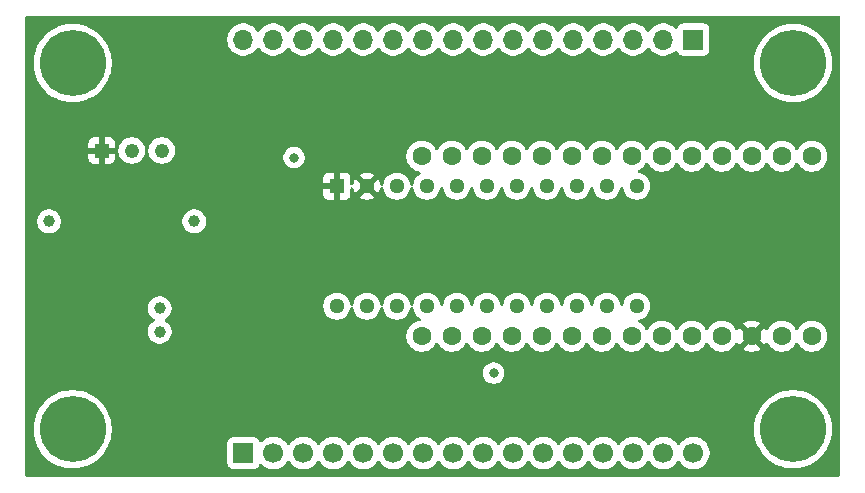
<source format=gbr>
%TF.GenerationSoftware,KiCad,Pcbnew,9.0.4-9.0.4-0~ubuntu24.04.1*%
%TF.CreationDate,2025-09-07T14:44:50-04:00*%
%TF.ProjectId,TCD1304Rev2,54434431-3330-4345-9265-76322e6b6963,rev?*%
%TF.SameCoordinates,PX7270e00PY7270e00*%
%TF.FileFunction,Copper,L3,Inr*%
%TF.FilePolarity,Positive*%
%FSLAX46Y46*%
G04 Gerber Fmt 4.6, Leading zero omitted, Abs format (unit mm)*
G04 Created by KiCad (PCBNEW 9.0.4-9.0.4-0~ubuntu24.04.1) date 2025-09-07 14:44:50*
%MOMM*%
%LPD*%
G01*
G04 APERTURE LIST*
%TA.AperFunction,ComponentPad*%
%ADD10C,1.700000*%
%TD*%
%TA.AperFunction,ComponentPad*%
%ADD11R,1.700000X1.700000*%
%TD*%
%TA.AperFunction,ComponentPad*%
%ADD12O,1.700000X1.700000*%
%TD*%
%TA.AperFunction,ComponentPad*%
%ADD13C,1.290000*%
%TD*%
%TA.AperFunction,ComponentPad*%
%ADD14R,1.290000X1.290000*%
%TD*%
%TA.AperFunction,ComponentPad*%
%ADD15R,1.218000X1.218000*%
%TD*%
%TA.AperFunction,ComponentPad*%
%ADD16C,1.218000*%
%TD*%
%TA.AperFunction,ComponentPad*%
%ADD17C,1.600000*%
%TD*%
%TA.AperFunction,ComponentPad*%
%ADD18C,5.600000*%
%TD*%
%TA.AperFunction,ViaPad*%
%ADD19C,0.800000*%
%TD*%
%TA.AperFunction,ViaPad*%
%ADD20C,1.000000*%
%TD*%
G04 APERTURE END LIST*
D10*
%TO.N,Net-(J3-Pin_16)*%
%TO.C,J3*%
X57070000Y2500000D03*
%TO.N,Earth*%
X54530000Y2500000D03*
%TO.N,unconnected-(J3-Pin_14-Pad14)*%
X51990000Y2500000D03*
%TO.N,unconnected-(J3-Pin_13-Pad13)*%
X49450000Y2500000D03*
%TO.N,unconnected-(J3-Pin_12-Pad12)*%
X46910000Y2500000D03*
%TO.N,Net-(J3-Pin_11)*%
X44370000Y2500000D03*
%TO.N,Net-(J3-Pin_10)*%
X41830000Y2500000D03*
%TO.N,Net-(J3-Pin_9)*%
X39290000Y2500000D03*
%TO.N,Net-(J3-Pin_8)*%
X36750000Y2500000D03*
%TO.N,Earth*%
X34210000Y2500000D03*
%TO.N,Net-(J3-Pin_6)*%
X31670000Y2500000D03*
%TO.N,Earth*%
X29130000Y2500000D03*
%TO.N,Net-(J3-Pin_4)*%
X26590000Y2500000D03*
%TO.N,Net-(J3-Pin_3)*%
X24050000Y2500000D03*
%TO.N,Net-(J3-Pin_2)*%
X21510000Y2500000D03*
D11*
%TO.N,Net-(J3-Pin_1)*%
X18970000Y2500000D03*
%TD*%
D12*
%TO.N,Earth*%
%TO.C,J2*%
X18950000Y37500000D03*
%TO.N,Net-(J2-Pin_15)*%
X21490000Y37500000D03*
%TO.N,Net-(J2-Pin_14)*%
X24030000Y37500000D03*
%TO.N,Net-(J2-Pin_13)*%
X26570000Y37500000D03*
%TO.N,Net-(J2-Pin_12)*%
X29110000Y37500000D03*
%TO.N,Net-(J2-Pin_11)*%
X31650000Y37500000D03*
%TO.N,Net-(J2-Pin_10)*%
X34190000Y37500000D03*
%TO.N,Earth*%
X36730000Y37500000D03*
%TO.N,Net-(J2-Pin_8)*%
X39270000Y37500000D03*
%TO.N,Net-(J2-Pin_7)*%
X41810000Y37500000D03*
%TO.N,Net-(J2-Pin_6)*%
X44350000Y37500000D03*
%TO.N,Net-(J2-Pin_5)*%
X46890000Y37500000D03*
%TO.N,Net-(J2-Pin_4)*%
X49430000Y37500000D03*
%TO.N,Net-(J2-Pin_3)*%
X51970000Y37500000D03*
%TO.N,Net-(J2-Pin_2)*%
X54510000Y37500000D03*
D11*
%TO.N,Earth*%
X57050000Y37500000D03*
%TD*%
D13*
%TO.N,Earth*%
%TO.C,U1*%
X26870000Y14920000D03*
%TO.N,Net-(U1-OS)*%
X29410000Y14920000D03*
%TO.N,N/C*%
X31950000Y14920000D03*
X34490000Y14920000D03*
X37030000Y14920000D03*
X39570000Y14920000D03*
X42110000Y14920000D03*
X44650000Y14920000D03*
X47190000Y14920000D03*
X49730000Y14920000D03*
X52270000Y14920000D03*
X52270000Y25080000D03*
X49730000Y25080000D03*
X47190000Y25080000D03*
X44650000Y25080000D03*
X42110000Y25080000D03*
X39570000Y25080000D03*
%TO.N,Net-(J2-Pin_8)*%
X37030000Y25080000D03*
%TO.N,Net-(J2-Pin_6)*%
X34490000Y25080000D03*
%TO.N,Net-(J2-Pin_7)*%
X31950000Y25080000D03*
%TO.N,+3.3V*%
X29410000Y25080000D03*
D14*
X26870000Y25080000D03*
%TD*%
D15*
%TO.N,+3.3V*%
%TO.C,RV1*%
X6960000Y28100000D03*
D16*
%TO.N,Net-(U2-+IN2)*%
X9500000Y28100000D03*
%TO.N,Earth*%
X12040000Y28100000D03*
%TD*%
D17*
%TO.N,Earth*%
%TO.C,U3*%
X67080000Y27620000D03*
%TO.N,Net-(J2-Pin_2)*%
X64540000Y27620000D03*
%TO.N,Net-(J2-Pin_3)*%
X62000000Y27620000D03*
%TO.N,Net-(J2-Pin_4)*%
X59460000Y27620000D03*
%TO.N,Net-(J2-Pin_5)*%
X56920000Y27620000D03*
%TO.N,Net-(J2-Pin_6)*%
X54380000Y27620000D03*
X51840000Y27620000D03*
%TO.N,Net-(J2-Pin_7)*%
X49300000Y27620000D03*
%TO.N,Net-(J2-Pin_8)*%
X46760000Y27620000D03*
%TO.N,Net-(J2-Pin_10)*%
X44220000Y27620000D03*
%TO.N,Net-(J2-Pin_11)*%
X41680000Y27620000D03*
%TO.N,Net-(J2-Pin_12)*%
X39140000Y27620000D03*
%TO.N,Net-(J2-Pin_13)*%
X36600000Y27620000D03*
%TO.N,Net-(J2-Pin_14)*%
X34060000Y27620000D03*
%TO.N,Net-(J2-Pin_15)*%
X34060000Y12380000D03*
%TO.N,Net-(U3-14_A0_TX3_SPDIF_OUT)*%
X36600000Y12380000D03*
%TO.N,Net-(J3-Pin_1)*%
X39140000Y12380000D03*
%TO.N,Net-(J3-Pin_2)*%
X41680000Y12380000D03*
%TO.N,Net-(J3-Pin_3)*%
X44220000Y12380000D03*
%TO.N,Net-(J3-Pin_4)*%
X46760000Y12380000D03*
%TO.N,Net-(J3-Pin_6)*%
X49300000Y12380000D03*
%TO.N,Net-(J3-Pin_8)*%
X51840000Y12380000D03*
%TO.N,Net-(J3-Pin_9)*%
X54380000Y12380000D03*
%TO.N,Net-(J3-Pin_10)*%
X56920000Y12380000D03*
%TO.N,Net-(J3-Pin_11)*%
X59460000Y12380000D03*
%TO.N,+3.3V*%
X62000000Y12380000D03*
%TO.N,Earth*%
X64540000Y12380000D03*
%TO.N,Net-(J3-Pin_16)*%
X67080000Y12380000D03*
%TD*%
D18*
%TO.N,N/C*%
%TO.C,REF\u002A\u002A*%
X65500000Y4500000D03*
%TD*%
%TO.N,N/C*%
%TO.C,REF\u002A\u002A*%
X65500000Y35500000D03*
%TD*%
%TO.N,N/C*%
%TO.C,REF\u002A\u002A*%
X4500000Y35500000D03*
%TD*%
%TO.N,N/C*%
%TO.C,REF\u002A\u002A*%
X4500000Y4500000D03*
%TD*%
D19*
%TO.N,+3.3V*%
X6500000Y12750000D03*
X6500000Y14750000D03*
X44750000Y6500000D03*
X51500000Y6500000D03*
%TO.N,Earth*%
X23250000Y27500000D03*
D20*
X2500000Y22100000D03*
X11875000Y12750000D03*
X14800000Y22100000D03*
X11875000Y14750000D03*
D19*
X40157500Y9250000D03*
%TD*%
%TA.AperFunction,Conductor*%
%TO.N,+3.3V*%
G36*
X69442121Y39479998D02*
G01*
X69488614Y39426342D01*
X69500000Y39374000D01*
X69500000Y626000D01*
X69479998Y557879D01*
X69426342Y511386D01*
X69374000Y500000D01*
X626000Y500000D01*
X557879Y520002D01*
X511386Y573658D01*
X500000Y626000D01*
X500000Y4662543D01*
X1191500Y4662543D01*
X1191500Y4337458D01*
X1223361Y4013973D01*
X1223364Y4013951D01*
X1286777Y3695145D01*
X1286780Y3695134D01*
X1286781Y3695131D01*
X1381145Y3384056D01*
X1472594Y3163279D01*
X1505545Y3083728D01*
X1658784Y2797038D01*
X1839378Y2526759D01*
X1839389Y2526744D01*
X2045601Y2275475D01*
X2045619Y2275455D01*
X2275454Y2045620D01*
X2275464Y2045611D01*
X2275468Y2045607D01*
X2526752Y1839383D01*
X2797040Y1658783D01*
X3083728Y1505545D01*
X3384056Y1381145D01*
X3695131Y1286781D01*
X3695140Y1286780D01*
X3695144Y1286778D01*
X3824365Y1261075D01*
X4013957Y1223363D01*
X4337464Y1191500D01*
X4337473Y1191500D01*
X4662527Y1191500D01*
X4662536Y1191500D01*
X4986043Y1223363D01*
X5237696Y1273420D01*
X5304855Y1286778D01*
X5304857Y1286779D01*
X5304869Y1286781D01*
X5615944Y1381145D01*
X5916272Y1505545D01*
X6202960Y1658783D01*
X6473248Y1839383D01*
X6724532Y2045607D01*
X6954393Y2275468D01*
X7160617Y2526752D01*
X7341217Y2797040D01*
X7494455Y3083728D01*
X7618855Y3384056D01*
X7618860Y3384071D01*
X7618861Y3384073D01*
X7623283Y3398650D01*
X17611500Y3398650D01*
X17611500Y1601351D01*
X17618009Y1540804D01*
X17618011Y1540796D01*
X17669110Y1403798D01*
X17669112Y1403793D01*
X17756738Y1286739D01*
X17873792Y1199113D01*
X17873794Y1199112D01*
X17873796Y1199111D01*
X17894202Y1191500D01*
X18010795Y1148012D01*
X18010803Y1148010D01*
X18071350Y1141501D01*
X18071355Y1141501D01*
X18071362Y1141500D01*
X18071368Y1141500D01*
X19868632Y1141500D01*
X19868638Y1141500D01*
X19868645Y1141501D01*
X19868649Y1141501D01*
X19929196Y1148010D01*
X19929199Y1148011D01*
X19929201Y1148011D01*
X20066204Y1199111D01*
X20098600Y1223362D01*
X20183261Y1286739D01*
X20270887Y1403793D01*
X20270887Y1403794D01*
X20270889Y1403796D01*
X20314869Y1521712D01*
X20357414Y1578544D01*
X20423934Y1603355D01*
X20493308Y1588264D01*
X20522018Y1566771D01*
X20624990Y1463799D01*
X20624993Y1463797D01*
X20624996Y1463794D01*
X20797991Y1338106D01*
X20988517Y1241028D01*
X21191878Y1174953D01*
X21191879Y1174953D01*
X21191884Y1174951D01*
X21403084Y1141500D01*
X21403087Y1141500D01*
X21616913Y1141500D01*
X21616916Y1141500D01*
X21828116Y1174951D01*
X22031483Y1241028D01*
X22222009Y1338106D01*
X22395004Y1463794D01*
X22546206Y1614996D01*
X22671894Y1787991D01*
X22671899Y1788003D01*
X22672561Y1789080D01*
X22672924Y1789409D01*
X22674804Y1791996D01*
X22675347Y1791602D01*
X22725204Y1836717D01*
X22795244Y1848330D01*
X22860445Y1820234D01*
X22885021Y1791870D01*
X22885196Y1791996D01*
X22886668Y1789970D01*
X22887439Y1789080D01*
X22888105Y1787993D01*
X22888106Y1787991D01*
X23013794Y1614996D01*
X23013796Y1614994D01*
X23013798Y1614991D01*
X23164990Y1463799D01*
X23164993Y1463797D01*
X23164996Y1463794D01*
X23337991Y1338106D01*
X23528517Y1241028D01*
X23731878Y1174953D01*
X23731879Y1174953D01*
X23731884Y1174951D01*
X23943084Y1141500D01*
X23943087Y1141500D01*
X24156913Y1141500D01*
X24156916Y1141500D01*
X24368116Y1174951D01*
X24571483Y1241028D01*
X24762009Y1338106D01*
X24935004Y1463794D01*
X25086206Y1614996D01*
X25211894Y1787991D01*
X25211899Y1788003D01*
X25212561Y1789080D01*
X25212924Y1789409D01*
X25214804Y1791996D01*
X25215347Y1791602D01*
X25265204Y1836717D01*
X25335244Y1848330D01*
X25400445Y1820234D01*
X25425021Y1791870D01*
X25425196Y1791996D01*
X25426668Y1789970D01*
X25427439Y1789080D01*
X25428105Y1787993D01*
X25428106Y1787991D01*
X25553794Y1614996D01*
X25553796Y1614994D01*
X25553798Y1614991D01*
X25704990Y1463799D01*
X25704993Y1463797D01*
X25704996Y1463794D01*
X25877991Y1338106D01*
X26068517Y1241028D01*
X26271878Y1174953D01*
X26271879Y1174953D01*
X26271884Y1174951D01*
X26483084Y1141500D01*
X26483087Y1141500D01*
X26696913Y1141500D01*
X26696916Y1141500D01*
X26908116Y1174951D01*
X27111483Y1241028D01*
X27302009Y1338106D01*
X27475004Y1463794D01*
X27626206Y1614996D01*
X27751894Y1787991D01*
X27751899Y1788003D01*
X27752561Y1789080D01*
X27752924Y1789409D01*
X27754804Y1791996D01*
X27755347Y1791602D01*
X27805204Y1836717D01*
X27875244Y1848330D01*
X27940445Y1820234D01*
X27965021Y1791870D01*
X27965196Y1791996D01*
X27966668Y1789970D01*
X27967439Y1789080D01*
X27968105Y1787993D01*
X27968106Y1787991D01*
X28093794Y1614996D01*
X28093796Y1614994D01*
X28093798Y1614991D01*
X28244990Y1463799D01*
X28244993Y1463797D01*
X28244996Y1463794D01*
X28417991Y1338106D01*
X28608517Y1241028D01*
X28811878Y1174953D01*
X28811879Y1174953D01*
X28811884Y1174951D01*
X29023084Y1141500D01*
X29023087Y1141500D01*
X29236913Y1141500D01*
X29236916Y1141500D01*
X29448116Y1174951D01*
X29651483Y1241028D01*
X29842009Y1338106D01*
X30015004Y1463794D01*
X30166206Y1614996D01*
X30291894Y1787991D01*
X30291899Y1788003D01*
X30292561Y1789080D01*
X30292924Y1789409D01*
X30294804Y1791996D01*
X30295347Y1791602D01*
X30345204Y1836717D01*
X30415244Y1848330D01*
X30480445Y1820234D01*
X30505021Y1791870D01*
X30505196Y1791996D01*
X30506668Y1789970D01*
X30507439Y1789080D01*
X30508105Y1787993D01*
X30508106Y1787991D01*
X30633794Y1614996D01*
X30633796Y1614994D01*
X30633798Y1614991D01*
X30784990Y1463799D01*
X30784993Y1463797D01*
X30784996Y1463794D01*
X30957991Y1338106D01*
X31148517Y1241028D01*
X31351878Y1174953D01*
X31351879Y1174953D01*
X31351884Y1174951D01*
X31563084Y1141500D01*
X31563087Y1141500D01*
X31776913Y1141500D01*
X31776916Y1141500D01*
X31988116Y1174951D01*
X32191483Y1241028D01*
X32382009Y1338106D01*
X32555004Y1463794D01*
X32706206Y1614996D01*
X32831894Y1787991D01*
X32831899Y1788003D01*
X32832561Y1789080D01*
X32832924Y1789409D01*
X32834804Y1791996D01*
X32835347Y1791602D01*
X32885204Y1836717D01*
X32955244Y1848330D01*
X33020445Y1820234D01*
X33045021Y1791870D01*
X33045196Y1791996D01*
X33046668Y1789970D01*
X33047439Y1789080D01*
X33048105Y1787993D01*
X33048106Y1787991D01*
X33173794Y1614996D01*
X33173796Y1614994D01*
X33173798Y1614991D01*
X33324990Y1463799D01*
X33324993Y1463797D01*
X33324996Y1463794D01*
X33497991Y1338106D01*
X33688517Y1241028D01*
X33891878Y1174953D01*
X33891879Y1174953D01*
X33891884Y1174951D01*
X34103084Y1141500D01*
X34103087Y1141500D01*
X34316913Y1141500D01*
X34316916Y1141500D01*
X34528116Y1174951D01*
X34731483Y1241028D01*
X34922009Y1338106D01*
X35095004Y1463794D01*
X35246206Y1614996D01*
X35371894Y1787991D01*
X35371899Y1788003D01*
X35372561Y1789080D01*
X35372924Y1789409D01*
X35374804Y1791996D01*
X35375347Y1791602D01*
X35425204Y1836717D01*
X35495244Y1848330D01*
X35560445Y1820234D01*
X35585021Y1791870D01*
X35585196Y1791996D01*
X35586668Y1789970D01*
X35587439Y1789080D01*
X35588105Y1787993D01*
X35588106Y1787991D01*
X35713794Y1614996D01*
X35713796Y1614994D01*
X35713798Y1614991D01*
X35864990Y1463799D01*
X35864993Y1463797D01*
X35864996Y1463794D01*
X36037991Y1338106D01*
X36228517Y1241028D01*
X36431878Y1174953D01*
X36431879Y1174953D01*
X36431884Y1174951D01*
X36643084Y1141500D01*
X36643087Y1141500D01*
X36856913Y1141500D01*
X36856916Y1141500D01*
X37068116Y1174951D01*
X37271483Y1241028D01*
X37462009Y1338106D01*
X37635004Y1463794D01*
X37786206Y1614996D01*
X37911894Y1787991D01*
X37911899Y1788003D01*
X37912561Y1789080D01*
X37912924Y1789409D01*
X37914804Y1791996D01*
X37915347Y1791602D01*
X37965204Y1836717D01*
X38035244Y1848330D01*
X38100445Y1820234D01*
X38125021Y1791870D01*
X38125196Y1791996D01*
X38126668Y1789970D01*
X38127439Y1789080D01*
X38128105Y1787993D01*
X38128106Y1787991D01*
X38253794Y1614996D01*
X38253796Y1614994D01*
X38253798Y1614991D01*
X38404990Y1463799D01*
X38404993Y1463797D01*
X38404996Y1463794D01*
X38577991Y1338106D01*
X38768517Y1241028D01*
X38971878Y1174953D01*
X38971879Y1174953D01*
X38971884Y1174951D01*
X39183084Y1141500D01*
X39183087Y1141500D01*
X39396913Y1141500D01*
X39396916Y1141500D01*
X39608116Y1174951D01*
X39811483Y1241028D01*
X40002009Y1338106D01*
X40175004Y1463794D01*
X40326206Y1614996D01*
X40451894Y1787991D01*
X40451899Y1788003D01*
X40452561Y1789080D01*
X40452924Y1789409D01*
X40454804Y1791996D01*
X40455347Y1791602D01*
X40505204Y1836717D01*
X40575244Y1848330D01*
X40640445Y1820234D01*
X40665021Y1791870D01*
X40665196Y1791996D01*
X40666668Y1789970D01*
X40667439Y1789080D01*
X40668105Y1787993D01*
X40668106Y1787991D01*
X40793794Y1614996D01*
X40793796Y1614994D01*
X40793798Y1614991D01*
X40944990Y1463799D01*
X40944993Y1463797D01*
X40944996Y1463794D01*
X41117991Y1338106D01*
X41308517Y1241028D01*
X41511878Y1174953D01*
X41511879Y1174953D01*
X41511884Y1174951D01*
X41723084Y1141500D01*
X41723087Y1141500D01*
X41936913Y1141500D01*
X41936916Y1141500D01*
X42148116Y1174951D01*
X42351483Y1241028D01*
X42542009Y1338106D01*
X42715004Y1463794D01*
X42866206Y1614996D01*
X42991894Y1787991D01*
X42991899Y1788003D01*
X42992561Y1789080D01*
X42992924Y1789409D01*
X42994804Y1791996D01*
X42995347Y1791602D01*
X43045204Y1836717D01*
X43115244Y1848330D01*
X43180445Y1820234D01*
X43205021Y1791870D01*
X43205196Y1791996D01*
X43206668Y1789970D01*
X43207439Y1789080D01*
X43208105Y1787993D01*
X43208106Y1787991D01*
X43333794Y1614996D01*
X43333796Y1614994D01*
X43333798Y1614991D01*
X43484990Y1463799D01*
X43484993Y1463797D01*
X43484996Y1463794D01*
X43657991Y1338106D01*
X43848517Y1241028D01*
X44051878Y1174953D01*
X44051879Y1174953D01*
X44051884Y1174951D01*
X44263084Y1141500D01*
X44263087Y1141500D01*
X44476913Y1141500D01*
X44476916Y1141500D01*
X44688116Y1174951D01*
X44891483Y1241028D01*
X45082009Y1338106D01*
X45255004Y1463794D01*
X45406206Y1614996D01*
X45531894Y1787991D01*
X45531899Y1788003D01*
X45532561Y1789080D01*
X45532924Y1789409D01*
X45534804Y1791996D01*
X45535347Y1791602D01*
X45585204Y1836717D01*
X45655244Y1848330D01*
X45720445Y1820234D01*
X45745021Y1791870D01*
X45745196Y1791996D01*
X45746668Y1789970D01*
X45747439Y1789080D01*
X45748105Y1787993D01*
X45748106Y1787991D01*
X45873794Y1614996D01*
X45873796Y1614994D01*
X45873798Y1614991D01*
X46024990Y1463799D01*
X46024993Y1463797D01*
X46024996Y1463794D01*
X46197991Y1338106D01*
X46388517Y1241028D01*
X46591878Y1174953D01*
X46591879Y1174953D01*
X46591884Y1174951D01*
X46803084Y1141500D01*
X46803087Y1141500D01*
X47016913Y1141500D01*
X47016916Y1141500D01*
X47228116Y1174951D01*
X47431483Y1241028D01*
X47622009Y1338106D01*
X47795004Y1463794D01*
X47946206Y1614996D01*
X48071894Y1787991D01*
X48071899Y1788003D01*
X48072561Y1789080D01*
X48072924Y1789409D01*
X48074804Y1791996D01*
X48075347Y1791602D01*
X48125204Y1836717D01*
X48195244Y1848330D01*
X48260445Y1820234D01*
X48285021Y1791870D01*
X48285196Y1791996D01*
X48286668Y1789970D01*
X48287439Y1789080D01*
X48288105Y1787993D01*
X48288106Y1787991D01*
X48413794Y1614996D01*
X48413796Y1614994D01*
X48413798Y1614991D01*
X48564990Y1463799D01*
X48564993Y1463797D01*
X48564996Y1463794D01*
X48737991Y1338106D01*
X48928517Y1241028D01*
X49131878Y1174953D01*
X49131879Y1174953D01*
X49131884Y1174951D01*
X49343084Y1141500D01*
X49343087Y1141500D01*
X49556913Y1141500D01*
X49556916Y1141500D01*
X49768116Y1174951D01*
X49971483Y1241028D01*
X50162009Y1338106D01*
X50335004Y1463794D01*
X50486206Y1614996D01*
X50611894Y1787991D01*
X50611899Y1788003D01*
X50612561Y1789080D01*
X50612924Y1789409D01*
X50614804Y1791996D01*
X50615347Y1791602D01*
X50665204Y1836717D01*
X50735244Y1848330D01*
X50800445Y1820234D01*
X50825021Y1791870D01*
X50825196Y1791996D01*
X50826668Y1789970D01*
X50827439Y1789080D01*
X50828105Y1787993D01*
X50828106Y1787991D01*
X50953794Y1614996D01*
X50953796Y1614994D01*
X50953798Y1614991D01*
X51104990Y1463799D01*
X51104993Y1463797D01*
X51104996Y1463794D01*
X51277991Y1338106D01*
X51468517Y1241028D01*
X51671878Y1174953D01*
X51671879Y1174953D01*
X51671884Y1174951D01*
X51883084Y1141500D01*
X51883087Y1141500D01*
X52096913Y1141500D01*
X52096916Y1141500D01*
X52308116Y1174951D01*
X52511483Y1241028D01*
X52702009Y1338106D01*
X52875004Y1463794D01*
X53026206Y1614996D01*
X53151894Y1787991D01*
X53151899Y1788003D01*
X53152561Y1789080D01*
X53152924Y1789409D01*
X53154804Y1791996D01*
X53155347Y1791602D01*
X53205204Y1836717D01*
X53275244Y1848330D01*
X53340445Y1820234D01*
X53365021Y1791870D01*
X53365196Y1791996D01*
X53366668Y1789970D01*
X53367439Y1789080D01*
X53368105Y1787993D01*
X53368106Y1787991D01*
X53493794Y1614996D01*
X53493796Y1614994D01*
X53493798Y1614991D01*
X53644990Y1463799D01*
X53644993Y1463797D01*
X53644996Y1463794D01*
X53817991Y1338106D01*
X54008517Y1241028D01*
X54211878Y1174953D01*
X54211879Y1174953D01*
X54211884Y1174951D01*
X54423084Y1141500D01*
X54423087Y1141500D01*
X54636913Y1141500D01*
X54636916Y1141500D01*
X54848116Y1174951D01*
X55051483Y1241028D01*
X55242009Y1338106D01*
X55415004Y1463794D01*
X55566206Y1614996D01*
X55691894Y1787991D01*
X55691899Y1788003D01*
X55692561Y1789080D01*
X55692924Y1789409D01*
X55694804Y1791996D01*
X55695347Y1791602D01*
X55745204Y1836717D01*
X55815244Y1848330D01*
X55880445Y1820234D01*
X55905021Y1791870D01*
X55905196Y1791996D01*
X55906668Y1789970D01*
X55907439Y1789080D01*
X55908105Y1787993D01*
X55908106Y1787991D01*
X56033794Y1614996D01*
X56033796Y1614994D01*
X56033798Y1614991D01*
X56184990Y1463799D01*
X56184993Y1463797D01*
X56184996Y1463794D01*
X56357991Y1338106D01*
X56548517Y1241028D01*
X56751878Y1174953D01*
X56751879Y1174953D01*
X56751884Y1174951D01*
X56963084Y1141500D01*
X56963087Y1141500D01*
X57176913Y1141500D01*
X57176916Y1141500D01*
X57388116Y1174951D01*
X57591483Y1241028D01*
X57782009Y1338106D01*
X57955004Y1463794D01*
X58106206Y1614996D01*
X58231894Y1787991D01*
X58328972Y1978517D01*
X58395049Y2181884D01*
X58428500Y2393084D01*
X58428500Y2606916D01*
X58395049Y2818116D01*
X58328972Y3021483D01*
X58231894Y3212009D01*
X58106206Y3385004D01*
X58106203Y3385007D01*
X58106201Y3385010D01*
X57955009Y3536202D01*
X57955006Y3536204D01*
X57955004Y3536206D01*
X57782009Y3661894D01*
X57591483Y3758972D01*
X57591480Y3758973D01*
X57591478Y3758974D01*
X57388120Y3825048D01*
X57388123Y3825048D01*
X57348801Y3831276D01*
X57176916Y3858500D01*
X56963084Y3858500D01*
X56751884Y3825049D01*
X56751878Y3825048D01*
X56548521Y3758974D01*
X56548515Y3758971D01*
X56357987Y3661892D01*
X56184993Y3536204D01*
X56184990Y3536202D01*
X56033798Y3385010D01*
X56033796Y3385007D01*
X55908108Y3212013D01*
X55907434Y3210912D01*
X55907068Y3210582D01*
X55905196Y3208004D01*
X55904654Y3208398D01*
X55854787Y3163279D01*
X55784745Y3151672D01*
X55719547Y3179774D01*
X55694976Y3208130D01*
X55694804Y3208004D01*
X55693341Y3210018D01*
X55692566Y3210912D01*
X55691896Y3212004D01*
X55691894Y3212009D01*
X55566206Y3385004D01*
X55566203Y3385007D01*
X55566201Y3385010D01*
X55415009Y3536202D01*
X55415006Y3536204D01*
X55415004Y3536206D01*
X55242009Y3661894D01*
X55051483Y3758972D01*
X55051480Y3758973D01*
X55051478Y3758974D01*
X54848120Y3825048D01*
X54848123Y3825048D01*
X54808801Y3831276D01*
X54636916Y3858500D01*
X54423084Y3858500D01*
X54211884Y3825049D01*
X54211878Y3825048D01*
X54008521Y3758974D01*
X54008515Y3758971D01*
X53817987Y3661892D01*
X53644993Y3536204D01*
X53644990Y3536202D01*
X53493798Y3385010D01*
X53493796Y3385007D01*
X53368108Y3212013D01*
X53367434Y3210912D01*
X53367068Y3210582D01*
X53365196Y3208004D01*
X53364654Y3208398D01*
X53314787Y3163279D01*
X53244745Y3151672D01*
X53179547Y3179774D01*
X53154976Y3208130D01*
X53154804Y3208004D01*
X53153341Y3210018D01*
X53152566Y3210912D01*
X53151896Y3212004D01*
X53151894Y3212009D01*
X53026206Y3385004D01*
X53026203Y3385007D01*
X53026201Y3385010D01*
X52875009Y3536202D01*
X52875006Y3536204D01*
X52875004Y3536206D01*
X52702009Y3661894D01*
X52511483Y3758972D01*
X52511480Y3758973D01*
X52511478Y3758974D01*
X52308120Y3825048D01*
X52308123Y3825048D01*
X52268801Y3831276D01*
X52096916Y3858500D01*
X51883084Y3858500D01*
X51671884Y3825049D01*
X51671878Y3825048D01*
X51468521Y3758974D01*
X51468515Y3758971D01*
X51277987Y3661892D01*
X51104993Y3536204D01*
X51104990Y3536202D01*
X50953798Y3385010D01*
X50953796Y3385007D01*
X50828108Y3212013D01*
X50827434Y3210912D01*
X50827068Y3210582D01*
X50825196Y3208004D01*
X50824654Y3208398D01*
X50774787Y3163279D01*
X50704745Y3151672D01*
X50639547Y3179774D01*
X50614976Y3208130D01*
X50614804Y3208004D01*
X50613341Y3210018D01*
X50612566Y3210912D01*
X50611896Y3212004D01*
X50611894Y3212009D01*
X50486206Y3385004D01*
X50486203Y3385007D01*
X50486201Y3385010D01*
X50335009Y3536202D01*
X50335006Y3536204D01*
X50335004Y3536206D01*
X50162009Y3661894D01*
X49971483Y3758972D01*
X49971480Y3758973D01*
X49971478Y3758974D01*
X49768120Y3825048D01*
X49768123Y3825048D01*
X49728801Y3831276D01*
X49556916Y3858500D01*
X49343084Y3858500D01*
X49131884Y3825049D01*
X49131878Y3825048D01*
X48928521Y3758974D01*
X48928515Y3758971D01*
X48737987Y3661892D01*
X48564993Y3536204D01*
X48564990Y3536202D01*
X48413798Y3385010D01*
X48413796Y3385007D01*
X48288108Y3212013D01*
X48287434Y3210912D01*
X48287068Y3210582D01*
X48285196Y3208004D01*
X48284654Y3208398D01*
X48234787Y3163279D01*
X48164745Y3151672D01*
X48099547Y3179774D01*
X48074976Y3208130D01*
X48074804Y3208004D01*
X48073341Y3210018D01*
X48072566Y3210912D01*
X48071896Y3212004D01*
X48071894Y3212009D01*
X47946206Y3385004D01*
X47946203Y3385007D01*
X47946201Y3385010D01*
X47795009Y3536202D01*
X47795006Y3536204D01*
X47795004Y3536206D01*
X47622009Y3661894D01*
X47431483Y3758972D01*
X47431480Y3758973D01*
X47431478Y3758974D01*
X47228120Y3825048D01*
X47228123Y3825048D01*
X47188801Y3831276D01*
X47016916Y3858500D01*
X46803084Y3858500D01*
X46591884Y3825049D01*
X46591878Y3825048D01*
X46388521Y3758974D01*
X46388515Y3758971D01*
X46197987Y3661892D01*
X46024993Y3536204D01*
X46024990Y3536202D01*
X45873798Y3385010D01*
X45873796Y3385007D01*
X45748108Y3212013D01*
X45747434Y3210912D01*
X45747068Y3210582D01*
X45745196Y3208004D01*
X45744654Y3208398D01*
X45694787Y3163279D01*
X45624745Y3151672D01*
X45559547Y3179774D01*
X45534976Y3208130D01*
X45534804Y3208004D01*
X45533341Y3210018D01*
X45532566Y3210912D01*
X45531896Y3212004D01*
X45531894Y3212009D01*
X45406206Y3385004D01*
X45406203Y3385007D01*
X45406201Y3385010D01*
X45255009Y3536202D01*
X45255006Y3536204D01*
X45255004Y3536206D01*
X45082009Y3661894D01*
X44891483Y3758972D01*
X44891480Y3758973D01*
X44891478Y3758974D01*
X44688120Y3825048D01*
X44688123Y3825048D01*
X44648801Y3831276D01*
X44476916Y3858500D01*
X44263084Y3858500D01*
X44051884Y3825049D01*
X44051878Y3825048D01*
X43848521Y3758974D01*
X43848515Y3758971D01*
X43657987Y3661892D01*
X43484993Y3536204D01*
X43484990Y3536202D01*
X43333798Y3385010D01*
X43333796Y3385007D01*
X43208108Y3212013D01*
X43207434Y3210912D01*
X43207068Y3210582D01*
X43205196Y3208004D01*
X43204654Y3208398D01*
X43154787Y3163279D01*
X43084745Y3151672D01*
X43019547Y3179774D01*
X42994976Y3208130D01*
X42994804Y3208004D01*
X42993341Y3210018D01*
X42992566Y3210912D01*
X42991896Y3212004D01*
X42991894Y3212009D01*
X42866206Y3385004D01*
X42866203Y3385007D01*
X42866201Y3385010D01*
X42715009Y3536202D01*
X42715006Y3536204D01*
X42715004Y3536206D01*
X42542009Y3661894D01*
X42351483Y3758972D01*
X42351480Y3758973D01*
X42351478Y3758974D01*
X42148120Y3825048D01*
X42148123Y3825048D01*
X42108801Y3831276D01*
X41936916Y3858500D01*
X41723084Y3858500D01*
X41511884Y3825049D01*
X41511878Y3825048D01*
X41308521Y3758974D01*
X41308515Y3758971D01*
X41117987Y3661892D01*
X40944993Y3536204D01*
X40944990Y3536202D01*
X40793798Y3385010D01*
X40793796Y3385007D01*
X40668108Y3212013D01*
X40667434Y3210912D01*
X40667068Y3210582D01*
X40665196Y3208004D01*
X40664654Y3208398D01*
X40614787Y3163279D01*
X40544745Y3151672D01*
X40479547Y3179774D01*
X40454976Y3208130D01*
X40454804Y3208004D01*
X40453341Y3210018D01*
X40452566Y3210912D01*
X40451896Y3212004D01*
X40451894Y3212009D01*
X40326206Y3385004D01*
X40326203Y3385007D01*
X40326201Y3385010D01*
X40175009Y3536202D01*
X40175006Y3536204D01*
X40175004Y3536206D01*
X40002009Y3661894D01*
X39811483Y3758972D01*
X39811480Y3758973D01*
X39811478Y3758974D01*
X39608120Y3825048D01*
X39608123Y3825048D01*
X39568801Y3831276D01*
X39396916Y3858500D01*
X39183084Y3858500D01*
X38971884Y3825049D01*
X38971878Y3825048D01*
X38768521Y3758974D01*
X38768515Y3758971D01*
X38577987Y3661892D01*
X38404993Y3536204D01*
X38404990Y3536202D01*
X38253798Y3385010D01*
X38253796Y3385007D01*
X38128108Y3212013D01*
X38127434Y3210912D01*
X38127068Y3210582D01*
X38125196Y3208004D01*
X38124654Y3208398D01*
X38074787Y3163279D01*
X38004745Y3151672D01*
X37939547Y3179774D01*
X37914976Y3208130D01*
X37914804Y3208004D01*
X37913341Y3210018D01*
X37912566Y3210912D01*
X37911896Y3212004D01*
X37911894Y3212009D01*
X37786206Y3385004D01*
X37786203Y3385007D01*
X37786201Y3385010D01*
X37635009Y3536202D01*
X37635006Y3536204D01*
X37635004Y3536206D01*
X37462009Y3661894D01*
X37271483Y3758972D01*
X37271480Y3758973D01*
X37271478Y3758974D01*
X37068120Y3825048D01*
X37068123Y3825048D01*
X37028801Y3831276D01*
X36856916Y3858500D01*
X36643084Y3858500D01*
X36431884Y3825049D01*
X36431878Y3825048D01*
X36228521Y3758974D01*
X36228515Y3758971D01*
X36037987Y3661892D01*
X35864993Y3536204D01*
X35864990Y3536202D01*
X35713798Y3385010D01*
X35713796Y3385007D01*
X35588108Y3212013D01*
X35587434Y3210912D01*
X35587068Y3210582D01*
X35585196Y3208004D01*
X35584654Y3208398D01*
X35534787Y3163279D01*
X35464745Y3151672D01*
X35399547Y3179774D01*
X35374976Y3208130D01*
X35374804Y3208004D01*
X35373341Y3210018D01*
X35372566Y3210912D01*
X35371896Y3212004D01*
X35371894Y3212009D01*
X35246206Y3385004D01*
X35246203Y3385007D01*
X35246201Y3385010D01*
X35095009Y3536202D01*
X35095006Y3536204D01*
X35095004Y3536206D01*
X34922009Y3661894D01*
X34731483Y3758972D01*
X34731480Y3758973D01*
X34731478Y3758974D01*
X34528120Y3825048D01*
X34528123Y3825048D01*
X34488801Y3831276D01*
X34316916Y3858500D01*
X34103084Y3858500D01*
X33891884Y3825049D01*
X33891878Y3825048D01*
X33688521Y3758974D01*
X33688515Y3758971D01*
X33497987Y3661892D01*
X33324993Y3536204D01*
X33324990Y3536202D01*
X33173798Y3385010D01*
X33173796Y3385007D01*
X33048108Y3212013D01*
X33047434Y3210912D01*
X33047068Y3210582D01*
X33045196Y3208004D01*
X33044654Y3208398D01*
X32994787Y3163279D01*
X32924745Y3151672D01*
X32859547Y3179774D01*
X32834976Y3208130D01*
X32834804Y3208004D01*
X32833341Y3210018D01*
X32832566Y3210912D01*
X32831896Y3212004D01*
X32831894Y3212009D01*
X32706206Y3385004D01*
X32706203Y3385007D01*
X32706201Y3385010D01*
X32555009Y3536202D01*
X32555006Y3536204D01*
X32555004Y3536206D01*
X32382009Y3661894D01*
X32191483Y3758972D01*
X32191480Y3758973D01*
X32191478Y3758974D01*
X31988120Y3825048D01*
X31988123Y3825048D01*
X31948801Y3831276D01*
X31776916Y3858500D01*
X31563084Y3858500D01*
X31351884Y3825049D01*
X31351878Y3825048D01*
X31148521Y3758974D01*
X31148515Y3758971D01*
X30957987Y3661892D01*
X30784993Y3536204D01*
X30784990Y3536202D01*
X30633798Y3385010D01*
X30633796Y3385007D01*
X30508108Y3212013D01*
X30507434Y3210912D01*
X30507068Y3210582D01*
X30505196Y3208004D01*
X30504654Y3208398D01*
X30454787Y3163279D01*
X30384745Y3151672D01*
X30319547Y3179774D01*
X30294976Y3208130D01*
X30294804Y3208004D01*
X30293341Y3210018D01*
X30292566Y3210912D01*
X30291896Y3212004D01*
X30291894Y3212009D01*
X30166206Y3385004D01*
X30166203Y3385007D01*
X30166201Y3385010D01*
X30015009Y3536202D01*
X30015006Y3536204D01*
X30015004Y3536206D01*
X29842009Y3661894D01*
X29651483Y3758972D01*
X29651480Y3758973D01*
X29651478Y3758974D01*
X29448120Y3825048D01*
X29448123Y3825048D01*
X29408801Y3831276D01*
X29236916Y3858500D01*
X29023084Y3858500D01*
X28811884Y3825049D01*
X28811878Y3825048D01*
X28608521Y3758974D01*
X28608515Y3758971D01*
X28417987Y3661892D01*
X28244993Y3536204D01*
X28244990Y3536202D01*
X28093798Y3385010D01*
X28093796Y3385007D01*
X27968108Y3212013D01*
X27967434Y3210912D01*
X27967068Y3210582D01*
X27965196Y3208004D01*
X27964654Y3208398D01*
X27914787Y3163279D01*
X27844745Y3151672D01*
X27779547Y3179774D01*
X27754976Y3208130D01*
X27754804Y3208004D01*
X27753341Y3210018D01*
X27752566Y3210912D01*
X27751896Y3212004D01*
X27751894Y3212009D01*
X27626206Y3385004D01*
X27626203Y3385007D01*
X27626201Y3385010D01*
X27475009Y3536202D01*
X27475006Y3536204D01*
X27475004Y3536206D01*
X27302009Y3661894D01*
X27111483Y3758972D01*
X27111480Y3758973D01*
X27111478Y3758974D01*
X26908120Y3825048D01*
X26908123Y3825048D01*
X26868801Y3831276D01*
X26696916Y3858500D01*
X26483084Y3858500D01*
X26271884Y3825049D01*
X26271878Y3825048D01*
X26068521Y3758974D01*
X26068515Y3758971D01*
X25877987Y3661892D01*
X25704993Y3536204D01*
X25704990Y3536202D01*
X25553798Y3385010D01*
X25553796Y3385007D01*
X25428108Y3212013D01*
X25427434Y3210912D01*
X25427068Y3210582D01*
X25425196Y3208004D01*
X25424654Y3208398D01*
X25374787Y3163279D01*
X25304745Y3151672D01*
X25239547Y3179774D01*
X25214976Y3208130D01*
X25214804Y3208004D01*
X25213341Y3210018D01*
X25212566Y3210912D01*
X25211896Y3212004D01*
X25211894Y3212009D01*
X25086206Y3385004D01*
X25086203Y3385007D01*
X25086201Y3385010D01*
X24935009Y3536202D01*
X24935006Y3536204D01*
X24935004Y3536206D01*
X24762009Y3661894D01*
X24571483Y3758972D01*
X24571480Y3758973D01*
X24571478Y3758974D01*
X24368120Y3825048D01*
X24368123Y3825048D01*
X24328801Y3831276D01*
X24156916Y3858500D01*
X23943084Y3858500D01*
X23731884Y3825049D01*
X23731878Y3825048D01*
X23528521Y3758974D01*
X23528515Y3758971D01*
X23337987Y3661892D01*
X23164993Y3536204D01*
X23164990Y3536202D01*
X23013798Y3385010D01*
X23013796Y3385007D01*
X22888108Y3212013D01*
X22887434Y3210912D01*
X22887068Y3210582D01*
X22885196Y3208004D01*
X22884654Y3208398D01*
X22834787Y3163279D01*
X22764745Y3151672D01*
X22699547Y3179774D01*
X22674976Y3208130D01*
X22674804Y3208004D01*
X22673341Y3210018D01*
X22672566Y3210912D01*
X22671896Y3212004D01*
X22671894Y3212009D01*
X22546206Y3385004D01*
X22546203Y3385007D01*
X22546201Y3385010D01*
X22395009Y3536202D01*
X22395006Y3536204D01*
X22395004Y3536206D01*
X22222009Y3661894D01*
X22031483Y3758972D01*
X22031480Y3758973D01*
X22031478Y3758974D01*
X21828120Y3825048D01*
X21828123Y3825048D01*
X21788801Y3831276D01*
X21616916Y3858500D01*
X21403084Y3858500D01*
X21191884Y3825049D01*
X21191878Y3825048D01*
X20988521Y3758974D01*
X20988515Y3758971D01*
X20797987Y3661892D01*
X20624995Y3536206D01*
X20522018Y3433229D01*
X20459706Y3399204D01*
X20388890Y3404270D01*
X20332054Y3446816D01*
X20314871Y3478285D01*
X20270889Y3596204D01*
X20270886Y3596208D01*
X20270886Y3596209D01*
X20183261Y3713262D01*
X20066207Y3800888D01*
X20066202Y3800890D01*
X19929204Y3851989D01*
X19929196Y3851991D01*
X19868649Y3858500D01*
X19868638Y3858500D01*
X18071362Y3858500D01*
X18071350Y3858500D01*
X18010803Y3851991D01*
X18010795Y3851989D01*
X17873797Y3800890D01*
X17873792Y3800888D01*
X17756738Y3713262D01*
X17669112Y3596208D01*
X17669110Y3596203D01*
X17618011Y3459205D01*
X17618009Y3459197D01*
X17611500Y3398650D01*
X7623283Y3398650D01*
X7635394Y3438576D01*
X7635397Y3438588D01*
X7665008Y3536202D01*
X7713219Y3695131D01*
X7716826Y3713262D01*
X7739061Y3825049D01*
X7776637Y4013957D01*
X7808500Y4337464D01*
X7808500Y4662536D01*
X7808499Y4662543D01*
X62191500Y4662543D01*
X62191500Y4337458D01*
X62223361Y4013973D01*
X62223364Y4013951D01*
X62286777Y3695145D01*
X62286780Y3695134D01*
X62286781Y3695131D01*
X62381145Y3384056D01*
X62472594Y3163279D01*
X62505545Y3083728D01*
X62658784Y2797038D01*
X62839378Y2526759D01*
X62839389Y2526744D01*
X63045601Y2275475D01*
X63045619Y2275455D01*
X63275454Y2045620D01*
X63275464Y2045611D01*
X63275468Y2045607D01*
X63526752Y1839383D01*
X63797040Y1658783D01*
X64083728Y1505545D01*
X64384056Y1381145D01*
X64695131Y1286781D01*
X64695140Y1286780D01*
X64695144Y1286778D01*
X64824365Y1261075D01*
X65013957Y1223363D01*
X65337464Y1191500D01*
X65337473Y1191500D01*
X65662527Y1191500D01*
X65662536Y1191500D01*
X65986043Y1223363D01*
X66237696Y1273420D01*
X66304855Y1286778D01*
X66304857Y1286779D01*
X66304869Y1286781D01*
X66615944Y1381145D01*
X66916272Y1505545D01*
X67202960Y1658783D01*
X67473248Y1839383D01*
X67724532Y2045607D01*
X67954393Y2275468D01*
X68160617Y2526752D01*
X68341217Y2797040D01*
X68494455Y3083728D01*
X68618855Y3384056D01*
X68713219Y3695131D01*
X68716826Y3713262D01*
X68739061Y3825049D01*
X68776637Y4013957D01*
X68808500Y4337464D01*
X68808500Y4662536D01*
X68776637Y4986043D01*
X68713219Y5304869D01*
X68618855Y5615944D01*
X68494455Y5916272D01*
X68341217Y6202960D01*
X68160617Y6473248D01*
X67954393Y6724532D01*
X67954389Y6724536D01*
X67954380Y6724546D01*
X67724545Y6954381D01*
X67724525Y6954399D01*
X67473256Y7160611D01*
X67473241Y7160622D01*
X67202962Y7341216D01*
X66916272Y7494455D01*
X66615944Y7618855D01*
X66304869Y7713219D01*
X66304866Y7713220D01*
X66304855Y7713223D01*
X65986049Y7776636D01*
X65986045Y7776637D01*
X65986043Y7776637D01*
X65986038Y7776638D01*
X65986027Y7776639D01*
X65662542Y7808500D01*
X65662536Y7808500D01*
X65337464Y7808500D01*
X65337457Y7808500D01*
X65013972Y7776639D01*
X65013950Y7776636D01*
X64695144Y7713223D01*
X64384062Y7618857D01*
X64384060Y7618857D01*
X64384056Y7618855D01*
X64222029Y7551742D01*
X64083727Y7494455D01*
X63797037Y7341216D01*
X63526758Y7160622D01*
X63526743Y7160611D01*
X63275474Y6954399D01*
X63275454Y6954381D01*
X63045619Y6724546D01*
X63045601Y6724526D01*
X62839389Y6473257D01*
X62839378Y6473242D01*
X62658784Y6202963D01*
X62505545Y5916273D01*
X62381143Y5615938D01*
X62286777Y5304856D01*
X62223364Y4986050D01*
X62223361Y4986028D01*
X62191500Y4662543D01*
X7808499Y4662543D01*
X7776637Y4986043D01*
X7713219Y5304869D01*
X7618855Y5615944D01*
X7494455Y5916272D01*
X7341217Y6202960D01*
X7160617Y6473248D01*
X6954393Y6724532D01*
X6954389Y6724536D01*
X6954380Y6724546D01*
X6724545Y6954381D01*
X6724525Y6954399D01*
X6473256Y7160611D01*
X6473241Y7160622D01*
X6202962Y7341216D01*
X5916272Y7494455D01*
X5615944Y7618855D01*
X5304869Y7713219D01*
X5304866Y7713220D01*
X5304855Y7713223D01*
X4986049Y7776636D01*
X4986045Y7776637D01*
X4986043Y7776637D01*
X4986038Y7776638D01*
X4986027Y7776639D01*
X4662542Y7808500D01*
X4662536Y7808500D01*
X4337464Y7808500D01*
X4337457Y7808500D01*
X4013972Y7776639D01*
X4013950Y7776636D01*
X3695144Y7713223D01*
X3384062Y7618857D01*
X3384060Y7618857D01*
X3384056Y7618855D01*
X3222029Y7551742D01*
X3083727Y7494455D01*
X2797037Y7341216D01*
X2526758Y7160622D01*
X2526743Y7160611D01*
X2275474Y6954399D01*
X2275454Y6954381D01*
X2045619Y6724546D01*
X2045601Y6724526D01*
X1839389Y6473257D01*
X1839378Y6473242D01*
X1658784Y6202963D01*
X1505545Y5916273D01*
X1381143Y5615938D01*
X1286777Y5304856D01*
X1223364Y4986050D01*
X1223361Y4986028D01*
X1191500Y4662543D01*
X500000Y4662543D01*
X500000Y9339482D01*
X39249000Y9339482D01*
X39249000Y9339479D01*
X39249000Y9160521D01*
X39283913Y8985000D01*
X39352398Y8819664D01*
X39451822Y8670865D01*
X39578365Y8544322D01*
X39727164Y8444898D01*
X39892500Y8376413D01*
X40068021Y8341500D01*
X40068022Y8341500D01*
X40246978Y8341500D01*
X40246979Y8341500D01*
X40422500Y8376413D01*
X40587836Y8444898D01*
X40736635Y8544322D01*
X40863178Y8670865D01*
X40962602Y8819664D01*
X41031087Y8985000D01*
X41066000Y9160521D01*
X41066000Y9339479D01*
X41031087Y9515000D01*
X40962602Y9680336D01*
X40863178Y9829135D01*
X40736635Y9955678D01*
X40587836Y10055102D01*
X40470929Y10103527D01*
X40422503Y10123586D01*
X40422501Y10123587D01*
X40422500Y10123587D01*
X40334145Y10141162D01*
X40246981Y10158500D01*
X40246979Y10158500D01*
X40068021Y10158500D01*
X40068018Y10158500D01*
X39937271Y10132493D01*
X39892500Y10123587D01*
X39892499Y10123587D01*
X39892496Y10123586D01*
X39727162Y10055101D01*
X39578369Y9955681D01*
X39578362Y9955676D01*
X39451824Y9829138D01*
X39451819Y9829131D01*
X39352399Y9680338D01*
X39283914Y9515004D01*
X39249000Y9339482D01*
X500000Y9339482D01*
X500000Y14849332D01*
X10866500Y14849332D01*
X10866500Y14650669D01*
X10901002Y14477215D01*
X10905256Y14455831D01*
X10981279Y14272296D01*
X11091647Y14107119D01*
X11232119Y13966647D01*
X11281820Y13933438D01*
X11399562Y13854765D01*
X11445090Y13800288D01*
X11453938Y13729845D01*
X11423296Y13665801D01*
X11399562Y13645235D01*
X11232123Y13533356D01*
X11232116Y13533351D01*
X11091649Y13392884D01*
X11091644Y13392877D01*
X10981279Y13227704D01*
X10905258Y13044175D01*
X10905256Y13044170D01*
X10866500Y12849332D01*
X10866500Y12650669D01*
X10899856Y12482978D01*
X10905256Y12455831D01*
X10981279Y12272296D01*
X11091647Y12107119D01*
X11232119Y11966647D01*
X11397296Y11856279D01*
X11580831Y11780256D01*
X11775671Y11741500D01*
X11775672Y11741500D01*
X11974328Y11741500D01*
X11974329Y11741500D01*
X12169169Y11780256D01*
X12352704Y11856279D01*
X12517881Y11966647D01*
X12658353Y12107119D01*
X12768721Y12272296D01*
X12844744Y12455831D01*
X12883500Y12650671D01*
X12883500Y12849329D01*
X12844744Y13044169D01*
X12768721Y13227704D01*
X12658353Y13392881D01*
X12517881Y13533353D01*
X12352704Y13643721D01*
X12352701Y13643723D01*
X12350437Y13645235D01*
X12304909Y13699712D01*
X12296061Y13770155D01*
X12326702Y13834199D01*
X12350437Y13854765D01*
X12352700Y13856278D01*
X12352704Y13856279D01*
X12517881Y13966647D01*
X12658353Y14107119D01*
X12768721Y14272296D01*
X12844744Y14455831D01*
X12883500Y14650671D01*
X12883500Y14849329D01*
X12861628Y14959287D01*
X12855290Y14991152D01*
X12853622Y14999534D01*
X12851385Y15010782D01*
X25716500Y15010782D01*
X25716500Y14829218D01*
X25744903Y14649888D01*
X25744904Y14649883D01*
X25801007Y14477215D01*
X25801009Y14477210D01*
X25883438Y14315434D01*
X25990159Y14168545D01*
X25990161Y14168543D01*
X25990163Y14168540D01*
X26118539Y14040164D01*
X26118542Y14040162D01*
X26118545Y14040159D01*
X26265434Y13933438D01*
X26427210Y13851009D01*
X26599882Y13794905D01*
X26599883Y13794905D01*
X26599888Y13794903D01*
X26779218Y13766500D01*
X26779221Y13766500D01*
X26960779Y13766500D01*
X26960782Y13766500D01*
X27140112Y13794903D01*
X27312790Y13851009D01*
X27474566Y13933438D01*
X27621455Y14040159D01*
X27749841Y14168545D01*
X27856562Y14315434D01*
X27938991Y14477210D01*
X27995097Y14649888D01*
X28015551Y14779037D01*
X28045963Y14843187D01*
X28106232Y14880714D01*
X28177221Y14879700D01*
X28236393Y14840467D01*
X28264447Y14779037D01*
X28284903Y14649888D01*
X28284904Y14649883D01*
X28341007Y14477215D01*
X28341009Y14477210D01*
X28423438Y14315434D01*
X28530159Y14168545D01*
X28530161Y14168543D01*
X28530163Y14168540D01*
X28658539Y14040164D01*
X28658542Y14040162D01*
X28658545Y14040159D01*
X28805434Y13933438D01*
X28967210Y13851009D01*
X29139882Y13794905D01*
X29139883Y13794905D01*
X29139888Y13794903D01*
X29319218Y13766500D01*
X29319221Y13766500D01*
X29500779Y13766500D01*
X29500782Y13766500D01*
X29680112Y13794903D01*
X29852790Y13851009D01*
X30014566Y13933438D01*
X30161455Y14040159D01*
X30289841Y14168545D01*
X30396562Y14315434D01*
X30478991Y14477210D01*
X30535097Y14649888D01*
X30555551Y14779037D01*
X30585963Y14843187D01*
X30646232Y14880714D01*
X30717221Y14879700D01*
X30776393Y14840467D01*
X30804447Y14779037D01*
X30824903Y14649888D01*
X30824904Y14649883D01*
X30881007Y14477215D01*
X30881009Y14477210D01*
X30963438Y14315434D01*
X31070159Y14168545D01*
X31070161Y14168543D01*
X31070163Y14168540D01*
X31198539Y14040164D01*
X31198542Y14040162D01*
X31198545Y14040159D01*
X31345434Y13933438D01*
X31507210Y13851009D01*
X31679882Y13794905D01*
X31679883Y13794905D01*
X31679888Y13794903D01*
X31859218Y13766500D01*
X31859221Y13766500D01*
X32040779Y13766500D01*
X32040782Y13766500D01*
X32220112Y13794903D01*
X32392790Y13851009D01*
X32554566Y13933438D01*
X32701455Y14040159D01*
X32829841Y14168545D01*
X32936562Y14315434D01*
X33018991Y14477210D01*
X33075097Y14649888D01*
X33095551Y14779037D01*
X33125963Y14843187D01*
X33186232Y14880714D01*
X33257221Y14879700D01*
X33316393Y14840467D01*
X33344447Y14779037D01*
X33364903Y14649888D01*
X33364904Y14649883D01*
X33421007Y14477215D01*
X33421009Y14477210D01*
X33503438Y14315434D01*
X33610159Y14168545D01*
X33610161Y14168543D01*
X33610163Y14168540D01*
X33738539Y14040164D01*
X33738542Y14040162D01*
X33738545Y14040159D01*
X33885434Y13933438D01*
X33923611Y13913986D01*
X33975225Y13865240D01*
X33992292Y13796325D01*
X33969392Y13729123D01*
X33913795Y13684970D01*
X33886120Y13677271D01*
X33753586Y13656279D01*
X33557714Y13592636D01*
X33557708Y13592633D01*
X33374193Y13499127D01*
X33207567Y13378066D01*
X33207564Y13378064D01*
X33061936Y13232436D01*
X33061934Y13232433D01*
X32940873Y13065807D01*
X32847367Y12882292D01*
X32847364Y12882286D01*
X32783721Y12686413D01*
X32783720Y12686410D01*
X32783720Y12686408D01*
X32751500Y12482981D01*
X32751500Y12277019D01*
X32783720Y12073592D01*
X32783721Y12073588D01*
X32818468Y11966647D01*
X32847366Y11877710D01*
X32940871Y11694197D01*
X33061932Y11527570D01*
X33061934Y11527568D01*
X33061936Y11527565D01*
X33207564Y11381937D01*
X33207567Y11381935D01*
X33207570Y11381932D01*
X33374197Y11260871D01*
X33557710Y11167366D01*
X33753592Y11103720D01*
X33957019Y11071500D01*
X33957022Y11071500D01*
X34162978Y11071500D01*
X34162981Y11071500D01*
X34366408Y11103720D01*
X34562290Y11167366D01*
X34745803Y11260871D01*
X34912430Y11381932D01*
X35058068Y11527570D01*
X35179129Y11694197D01*
X35217734Y11769966D01*
X35266481Y11821578D01*
X35335396Y11838644D01*
X35402598Y11815743D01*
X35442264Y11769966D01*
X35480871Y11694197D01*
X35601932Y11527570D01*
X35601934Y11527568D01*
X35601936Y11527565D01*
X35747564Y11381937D01*
X35747567Y11381935D01*
X35747570Y11381932D01*
X35914197Y11260871D01*
X36097710Y11167366D01*
X36293592Y11103720D01*
X36497019Y11071500D01*
X36497022Y11071500D01*
X36702978Y11071500D01*
X36702981Y11071500D01*
X36906408Y11103720D01*
X37102290Y11167366D01*
X37285803Y11260871D01*
X37452430Y11381932D01*
X37598068Y11527570D01*
X37719129Y11694197D01*
X37757734Y11769966D01*
X37806481Y11821578D01*
X37875396Y11838644D01*
X37942598Y11815743D01*
X37982264Y11769966D01*
X38020871Y11694197D01*
X38141932Y11527570D01*
X38141934Y11527568D01*
X38141936Y11527565D01*
X38287564Y11381937D01*
X38287567Y11381935D01*
X38287570Y11381932D01*
X38454197Y11260871D01*
X38637710Y11167366D01*
X38833592Y11103720D01*
X39037019Y11071500D01*
X39037022Y11071500D01*
X39242978Y11071500D01*
X39242981Y11071500D01*
X39446408Y11103720D01*
X39642290Y11167366D01*
X39825803Y11260871D01*
X39992430Y11381932D01*
X40138068Y11527570D01*
X40259129Y11694197D01*
X40297734Y11769966D01*
X40346481Y11821578D01*
X40415396Y11838644D01*
X40482598Y11815743D01*
X40522264Y11769966D01*
X40560871Y11694197D01*
X40681932Y11527570D01*
X40681934Y11527568D01*
X40681936Y11527565D01*
X40827564Y11381937D01*
X40827567Y11381935D01*
X40827570Y11381932D01*
X40994197Y11260871D01*
X41177710Y11167366D01*
X41373592Y11103720D01*
X41577019Y11071500D01*
X41577022Y11071500D01*
X41782978Y11071500D01*
X41782981Y11071500D01*
X41986408Y11103720D01*
X42182290Y11167366D01*
X42365803Y11260871D01*
X42532430Y11381932D01*
X42678068Y11527570D01*
X42799129Y11694197D01*
X42837734Y11769966D01*
X42886481Y11821578D01*
X42955396Y11838644D01*
X43022598Y11815743D01*
X43062264Y11769966D01*
X43100871Y11694197D01*
X43221932Y11527570D01*
X43221934Y11527568D01*
X43221936Y11527565D01*
X43367564Y11381937D01*
X43367567Y11381935D01*
X43367570Y11381932D01*
X43534197Y11260871D01*
X43717710Y11167366D01*
X43913592Y11103720D01*
X44117019Y11071500D01*
X44117022Y11071500D01*
X44322978Y11071500D01*
X44322981Y11071500D01*
X44526408Y11103720D01*
X44722290Y11167366D01*
X44905803Y11260871D01*
X45072430Y11381932D01*
X45218068Y11527570D01*
X45339129Y11694197D01*
X45377734Y11769966D01*
X45426481Y11821578D01*
X45495396Y11838644D01*
X45562598Y11815743D01*
X45602264Y11769966D01*
X45640871Y11694197D01*
X45761932Y11527570D01*
X45761934Y11527568D01*
X45761936Y11527565D01*
X45907564Y11381937D01*
X45907567Y11381935D01*
X45907570Y11381932D01*
X46074197Y11260871D01*
X46257710Y11167366D01*
X46453592Y11103720D01*
X46657019Y11071500D01*
X46657022Y11071500D01*
X46862978Y11071500D01*
X46862981Y11071500D01*
X47066408Y11103720D01*
X47262290Y11167366D01*
X47445803Y11260871D01*
X47612430Y11381932D01*
X47758068Y11527570D01*
X47879129Y11694197D01*
X47917734Y11769966D01*
X47966481Y11821578D01*
X48035396Y11838644D01*
X48102598Y11815743D01*
X48142264Y11769966D01*
X48180871Y11694197D01*
X48301932Y11527570D01*
X48301934Y11527568D01*
X48301936Y11527565D01*
X48447564Y11381937D01*
X48447567Y11381935D01*
X48447570Y11381932D01*
X48614197Y11260871D01*
X48797710Y11167366D01*
X48993592Y11103720D01*
X49197019Y11071500D01*
X49197022Y11071500D01*
X49402978Y11071500D01*
X49402981Y11071500D01*
X49606408Y11103720D01*
X49802290Y11167366D01*
X49985803Y11260871D01*
X50152430Y11381932D01*
X50298068Y11527570D01*
X50419129Y11694197D01*
X50457734Y11769966D01*
X50506481Y11821578D01*
X50575396Y11838644D01*
X50642598Y11815743D01*
X50682264Y11769966D01*
X50720871Y11694197D01*
X50841932Y11527570D01*
X50841934Y11527568D01*
X50841936Y11527565D01*
X50987564Y11381937D01*
X50987567Y11381935D01*
X50987570Y11381932D01*
X51154197Y11260871D01*
X51337710Y11167366D01*
X51533592Y11103720D01*
X51737019Y11071500D01*
X51737022Y11071500D01*
X51942978Y11071500D01*
X51942981Y11071500D01*
X52146408Y11103720D01*
X52342290Y11167366D01*
X52525803Y11260871D01*
X52692430Y11381932D01*
X52838068Y11527570D01*
X52959129Y11694197D01*
X52997734Y11769966D01*
X53046481Y11821578D01*
X53115396Y11838644D01*
X53182598Y11815743D01*
X53222264Y11769966D01*
X53260871Y11694197D01*
X53381932Y11527570D01*
X53381934Y11527568D01*
X53381936Y11527565D01*
X53527564Y11381937D01*
X53527567Y11381935D01*
X53527570Y11381932D01*
X53694197Y11260871D01*
X53877710Y11167366D01*
X54073592Y11103720D01*
X54277019Y11071500D01*
X54277022Y11071500D01*
X54482978Y11071500D01*
X54482981Y11071500D01*
X54686408Y11103720D01*
X54882290Y11167366D01*
X55065803Y11260871D01*
X55232430Y11381932D01*
X55378068Y11527570D01*
X55499129Y11694197D01*
X55537734Y11769966D01*
X55586481Y11821578D01*
X55655396Y11838644D01*
X55722598Y11815743D01*
X55762264Y11769966D01*
X55800871Y11694197D01*
X55921932Y11527570D01*
X55921934Y11527568D01*
X55921936Y11527565D01*
X56067564Y11381937D01*
X56067567Y11381935D01*
X56067570Y11381932D01*
X56234197Y11260871D01*
X56417710Y11167366D01*
X56613592Y11103720D01*
X56817019Y11071500D01*
X56817022Y11071500D01*
X57022978Y11071500D01*
X57022981Y11071500D01*
X57226408Y11103720D01*
X57422290Y11167366D01*
X57605803Y11260871D01*
X57772430Y11381932D01*
X57918068Y11527570D01*
X58039129Y11694197D01*
X58077734Y11769966D01*
X58126481Y11821578D01*
X58195396Y11838644D01*
X58262598Y11815743D01*
X58302264Y11769966D01*
X58340871Y11694197D01*
X58461932Y11527570D01*
X58461934Y11527568D01*
X58461936Y11527565D01*
X58607564Y11381937D01*
X58607567Y11381935D01*
X58607570Y11381932D01*
X58774197Y11260871D01*
X58957710Y11167366D01*
X59153592Y11103720D01*
X59357019Y11071500D01*
X59357022Y11071500D01*
X59562978Y11071500D01*
X59562981Y11071500D01*
X59766408Y11103720D01*
X59962290Y11167366D01*
X60145803Y11260871D01*
X60312430Y11381932D01*
X60312435Y11381937D01*
X60360033Y11429534D01*
X60458063Y11527565D01*
X60458068Y11527570D01*
X60579129Y11694197D01*
X60618014Y11770514D01*
X60666759Y11822126D01*
X60735674Y11839193D01*
X60802876Y11816293D01*
X60842545Y11770513D01*
X60881294Y11694465D01*
X60881298Y11694459D01*
X60912416Y11651628D01*
X61475016Y12214229D01*
X61487482Y12167708D01*
X61559890Y12042292D01*
X61662292Y11939890D01*
X61787708Y11867482D01*
X61834226Y11855018D01*
X61271626Y11292418D01*
X61271626Y11292417D01*
X61314454Y11261301D01*
X61497900Y11167830D01*
X61497906Y11167827D01*
X61693705Y11104209D01*
X61693701Y11104209D01*
X61897061Y11072000D01*
X62102939Y11072000D01*
X62306296Y11104209D01*
X62502093Y11167827D01*
X62502099Y11167830D01*
X62685541Y11261299D01*
X62728372Y11292418D01*
X62728372Y11292419D01*
X62165773Y11855018D01*
X62212292Y11867482D01*
X62337708Y11939890D01*
X62440110Y12042292D01*
X62512518Y12167708D01*
X62524982Y12214227D01*
X63087581Y11651628D01*
X63087582Y11651628D01*
X63118701Y11694459D01*
X63157453Y11770512D01*
X63206201Y11822127D01*
X63275116Y11839193D01*
X63342318Y11816292D01*
X63381985Y11770514D01*
X63420871Y11694197D01*
X63541932Y11527570D01*
X63541934Y11527568D01*
X63541936Y11527565D01*
X63687564Y11381937D01*
X63687567Y11381935D01*
X63687570Y11381932D01*
X63854197Y11260871D01*
X64037710Y11167366D01*
X64233592Y11103720D01*
X64437019Y11071500D01*
X64437022Y11071500D01*
X64642978Y11071500D01*
X64642981Y11071500D01*
X64846408Y11103720D01*
X65042290Y11167366D01*
X65225803Y11260871D01*
X65392430Y11381932D01*
X65538068Y11527570D01*
X65659129Y11694197D01*
X65697734Y11769966D01*
X65746481Y11821578D01*
X65815396Y11838644D01*
X65882598Y11815743D01*
X65922264Y11769966D01*
X65960871Y11694197D01*
X66081932Y11527570D01*
X66081934Y11527568D01*
X66081936Y11527565D01*
X66227564Y11381937D01*
X66227567Y11381935D01*
X66227570Y11381932D01*
X66394197Y11260871D01*
X66577710Y11167366D01*
X66773592Y11103720D01*
X66977019Y11071500D01*
X66977022Y11071500D01*
X67182978Y11071500D01*
X67182981Y11071500D01*
X67386408Y11103720D01*
X67582290Y11167366D01*
X67765803Y11260871D01*
X67932430Y11381932D01*
X68078068Y11527570D01*
X68199129Y11694197D01*
X68292634Y11877710D01*
X68356280Y12073592D01*
X68388500Y12277019D01*
X68388500Y12482981D01*
X68356280Y12686408D01*
X68292634Y12882290D01*
X68199129Y13065803D01*
X68078068Y13232430D01*
X68078065Y13232433D01*
X68078063Y13232436D01*
X67932435Y13378064D01*
X67932432Y13378066D01*
X67932430Y13378068D01*
X67766391Y13498702D01*
X67765806Y13499127D01*
X67765805Y13499128D01*
X67765803Y13499129D01*
X67582290Y13592634D01*
X67582287Y13592635D01*
X67582285Y13592636D01*
X67386412Y13656279D01*
X67386410Y13656280D01*
X67386408Y13656280D01*
X67182981Y13688500D01*
X66977019Y13688500D01*
X66773592Y13656280D01*
X66773590Y13656280D01*
X66773587Y13656279D01*
X66577714Y13592636D01*
X66577708Y13592633D01*
X66394193Y13499127D01*
X66227567Y13378066D01*
X66227564Y13378064D01*
X66081936Y13232436D01*
X66081934Y13232433D01*
X65960873Y13065807D01*
X65922267Y12990038D01*
X65873518Y12938423D01*
X65804603Y12921357D01*
X65737402Y12944258D01*
X65697733Y12990038D01*
X65659129Y13065803D01*
X65538068Y13232430D01*
X65538065Y13232433D01*
X65538063Y13232436D01*
X65392435Y13378064D01*
X65392432Y13378066D01*
X65392430Y13378068D01*
X65226391Y13498702D01*
X65225806Y13499127D01*
X65225805Y13499128D01*
X65225803Y13499129D01*
X65042290Y13592634D01*
X65042287Y13592635D01*
X65042285Y13592636D01*
X64846412Y13656279D01*
X64846410Y13656280D01*
X64846408Y13656280D01*
X64642981Y13688500D01*
X64437019Y13688500D01*
X64233592Y13656280D01*
X64233590Y13656280D01*
X64233587Y13656279D01*
X64037714Y13592636D01*
X64037708Y13592633D01*
X63854193Y13499127D01*
X63687567Y13378066D01*
X63687564Y13378064D01*
X63541936Y13232436D01*
X63541934Y13232433D01*
X63420872Y13065807D01*
X63381987Y12989489D01*
X63333238Y12937874D01*
X63264323Y12920808D01*
X63197122Y12943709D01*
X63157453Y12989489D01*
X63118699Y13065546D01*
X63087583Y13108374D01*
X63087582Y13108374D01*
X62524982Y12545774D01*
X62512518Y12592292D01*
X62440110Y12717708D01*
X62337708Y12820110D01*
X62212292Y12892518D01*
X62165772Y12904984D01*
X62728372Y13467584D01*
X62685541Y13498702D01*
X62685540Y13498703D01*
X62502099Y13592171D01*
X62502093Y13592174D01*
X62306294Y13655792D01*
X62306298Y13655792D01*
X62102939Y13688000D01*
X61897061Y13688000D01*
X61693703Y13655792D01*
X61497906Y13592174D01*
X61497900Y13592171D01*
X61314452Y13498699D01*
X61271625Y13467584D01*
X61834226Y12904983D01*
X61787708Y12892518D01*
X61662292Y12820110D01*
X61559890Y12717708D01*
X61487482Y12592292D01*
X61475017Y12545774D01*
X60912416Y13108375D01*
X60881301Y13065547D01*
X60881299Y13065544D01*
X60842546Y12989488D01*
X60793798Y12937873D01*
X60724883Y12920808D01*
X60657681Y12943709D01*
X60618013Y12989489D01*
X60579127Y13065807D01*
X60515588Y13153259D01*
X60458068Y13232430D01*
X60458065Y13232433D01*
X60458063Y13232436D01*
X60312435Y13378064D01*
X60312432Y13378066D01*
X60312430Y13378068D01*
X60146391Y13498702D01*
X60145806Y13499127D01*
X60145805Y13499128D01*
X60145803Y13499129D01*
X59962290Y13592634D01*
X59962287Y13592635D01*
X59962285Y13592636D01*
X59766412Y13656279D01*
X59766410Y13656280D01*
X59766408Y13656280D01*
X59562981Y13688500D01*
X59357019Y13688500D01*
X59153592Y13656280D01*
X59153590Y13656280D01*
X59153587Y13656279D01*
X58957714Y13592636D01*
X58957708Y13592633D01*
X58774193Y13499127D01*
X58607567Y13378066D01*
X58607564Y13378064D01*
X58461936Y13232436D01*
X58461934Y13232433D01*
X58340873Y13065807D01*
X58302267Y12990038D01*
X58253518Y12938423D01*
X58184603Y12921357D01*
X58117402Y12944258D01*
X58077733Y12990038D01*
X58039129Y13065803D01*
X57918068Y13232430D01*
X57918065Y13232433D01*
X57918063Y13232436D01*
X57772435Y13378064D01*
X57772432Y13378066D01*
X57772430Y13378068D01*
X57606391Y13498702D01*
X57605806Y13499127D01*
X57605805Y13499128D01*
X57605803Y13499129D01*
X57422290Y13592634D01*
X57422287Y13592635D01*
X57422285Y13592636D01*
X57226412Y13656279D01*
X57226410Y13656280D01*
X57226408Y13656280D01*
X57022981Y13688500D01*
X56817019Y13688500D01*
X56613592Y13656280D01*
X56613590Y13656280D01*
X56613587Y13656279D01*
X56417714Y13592636D01*
X56417708Y13592633D01*
X56234193Y13499127D01*
X56067567Y13378066D01*
X56067564Y13378064D01*
X55921936Y13232436D01*
X55921934Y13232433D01*
X55800873Y13065807D01*
X55762267Y12990038D01*
X55713518Y12938423D01*
X55644603Y12921357D01*
X55577402Y12944258D01*
X55537733Y12990038D01*
X55499129Y13065803D01*
X55378068Y13232430D01*
X55378065Y13232433D01*
X55378063Y13232436D01*
X55232435Y13378064D01*
X55232432Y13378066D01*
X55232430Y13378068D01*
X55066391Y13498702D01*
X55065806Y13499127D01*
X55065805Y13499128D01*
X55065803Y13499129D01*
X54882290Y13592634D01*
X54882287Y13592635D01*
X54882285Y13592636D01*
X54686412Y13656279D01*
X54686410Y13656280D01*
X54686408Y13656280D01*
X54482981Y13688500D01*
X54277019Y13688500D01*
X54073592Y13656280D01*
X54073590Y13656280D01*
X54073587Y13656279D01*
X53877714Y13592636D01*
X53877708Y13592633D01*
X53694193Y13499127D01*
X53527567Y13378066D01*
X53527564Y13378064D01*
X53381936Y13232436D01*
X53381934Y13232433D01*
X53260873Y13065807D01*
X53222267Y12990038D01*
X53173518Y12938423D01*
X53104603Y12921357D01*
X53037402Y12944258D01*
X52997733Y12990038D01*
X52959129Y13065803D01*
X52838068Y13232430D01*
X52838065Y13232433D01*
X52838063Y13232436D01*
X52692435Y13378064D01*
X52692432Y13378066D01*
X52692430Y13378068D01*
X52526391Y13498702D01*
X52525806Y13499127D01*
X52525805Y13499128D01*
X52525803Y13499129D01*
X52431881Y13546985D01*
X52380267Y13595733D01*
X52363201Y13664648D01*
X52386102Y13731849D01*
X52441700Y13776001D01*
X52469367Y13783699D01*
X52540112Y13794903D01*
X52712790Y13851009D01*
X52874566Y13933438D01*
X53021455Y14040159D01*
X53149841Y14168545D01*
X53256562Y14315434D01*
X53338991Y14477210D01*
X53395097Y14649888D01*
X53423500Y14829218D01*
X53423500Y15010782D01*
X53395097Y15190112D01*
X53338991Y15362790D01*
X53256562Y15524566D01*
X53149841Y15671455D01*
X53149838Y15671458D01*
X53149836Y15671461D01*
X53021460Y15799837D01*
X53021457Y15799839D01*
X53021455Y15799841D01*
X52874566Y15906562D01*
X52712790Y15988991D01*
X52712787Y15988992D01*
X52712785Y15988993D01*
X52540115Y16045096D01*
X52540119Y16045096D01*
X52506732Y16050384D01*
X52360782Y16073500D01*
X52179218Y16073500D01*
X51999888Y16045097D01*
X51999882Y16045096D01*
X51827214Y15988993D01*
X51827208Y15988990D01*
X51665430Y15906560D01*
X51518542Y15799839D01*
X51518539Y15799837D01*
X51390163Y15671461D01*
X51390161Y15671458D01*
X51283440Y15524570D01*
X51201010Y15362792D01*
X51201007Y15362786D01*
X51144904Y15190118D01*
X51124449Y15060967D01*
X51094036Y14996814D01*
X51033768Y14959287D01*
X50962779Y14960301D01*
X50903607Y14999534D01*
X50875551Y15060967D01*
X50855097Y15190112D01*
X50798991Y15362790D01*
X50716562Y15524566D01*
X50609841Y15671455D01*
X50609838Y15671458D01*
X50609836Y15671461D01*
X50481460Y15799837D01*
X50481457Y15799839D01*
X50481455Y15799841D01*
X50334566Y15906562D01*
X50172790Y15988991D01*
X50172787Y15988992D01*
X50172785Y15988993D01*
X50000115Y16045096D01*
X50000119Y16045096D01*
X49966732Y16050384D01*
X49820782Y16073500D01*
X49639218Y16073500D01*
X49459888Y16045097D01*
X49459882Y16045096D01*
X49287214Y15988993D01*
X49287208Y15988990D01*
X49125430Y15906560D01*
X48978542Y15799839D01*
X48978539Y15799837D01*
X48850163Y15671461D01*
X48850161Y15671458D01*
X48743440Y15524570D01*
X48661010Y15362792D01*
X48661007Y15362786D01*
X48604904Y15190118D01*
X48584449Y15060967D01*
X48554036Y14996814D01*
X48493768Y14959287D01*
X48422779Y14960301D01*
X48363607Y14999534D01*
X48335551Y15060967D01*
X48315097Y15190112D01*
X48258991Y15362790D01*
X48176562Y15524566D01*
X48069841Y15671455D01*
X48069838Y15671458D01*
X48069836Y15671461D01*
X47941460Y15799837D01*
X47941457Y15799839D01*
X47941455Y15799841D01*
X47794566Y15906562D01*
X47632790Y15988991D01*
X47632787Y15988992D01*
X47632785Y15988993D01*
X47460115Y16045096D01*
X47460119Y16045096D01*
X47426732Y16050384D01*
X47280782Y16073500D01*
X47099218Y16073500D01*
X46919888Y16045097D01*
X46919882Y16045096D01*
X46747214Y15988993D01*
X46747208Y15988990D01*
X46585430Y15906560D01*
X46438542Y15799839D01*
X46438539Y15799837D01*
X46310163Y15671461D01*
X46310161Y15671458D01*
X46203440Y15524570D01*
X46121010Y15362792D01*
X46121007Y15362786D01*
X46064904Y15190118D01*
X46044449Y15060967D01*
X46014036Y14996814D01*
X45953768Y14959287D01*
X45882779Y14960301D01*
X45823607Y14999534D01*
X45795551Y15060967D01*
X45775097Y15190112D01*
X45718991Y15362790D01*
X45636562Y15524566D01*
X45529841Y15671455D01*
X45529838Y15671458D01*
X45529836Y15671461D01*
X45401460Y15799837D01*
X45401457Y15799839D01*
X45401455Y15799841D01*
X45254566Y15906562D01*
X45092790Y15988991D01*
X45092787Y15988992D01*
X45092785Y15988993D01*
X44920115Y16045096D01*
X44920119Y16045096D01*
X44886732Y16050384D01*
X44740782Y16073500D01*
X44559218Y16073500D01*
X44379888Y16045097D01*
X44379882Y16045096D01*
X44207214Y15988993D01*
X44207208Y15988990D01*
X44045430Y15906560D01*
X43898542Y15799839D01*
X43898539Y15799837D01*
X43770163Y15671461D01*
X43770161Y15671458D01*
X43663440Y15524570D01*
X43581010Y15362792D01*
X43581007Y15362786D01*
X43524904Y15190118D01*
X43504449Y15060967D01*
X43474036Y14996814D01*
X43413768Y14959287D01*
X43342779Y14960301D01*
X43283607Y14999534D01*
X43255551Y15060967D01*
X43235097Y15190112D01*
X43178991Y15362790D01*
X43096562Y15524566D01*
X42989841Y15671455D01*
X42989838Y15671458D01*
X42989836Y15671461D01*
X42861460Y15799837D01*
X42861457Y15799839D01*
X42861455Y15799841D01*
X42714566Y15906562D01*
X42552790Y15988991D01*
X42552787Y15988992D01*
X42552785Y15988993D01*
X42380115Y16045096D01*
X42380119Y16045096D01*
X42346732Y16050384D01*
X42200782Y16073500D01*
X42019218Y16073500D01*
X41839888Y16045097D01*
X41839882Y16045096D01*
X41667214Y15988993D01*
X41667208Y15988990D01*
X41505430Y15906560D01*
X41358542Y15799839D01*
X41358539Y15799837D01*
X41230163Y15671461D01*
X41230161Y15671458D01*
X41123440Y15524570D01*
X41041010Y15362792D01*
X41041007Y15362786D01*
X40984904Y15190118D01*
X40964449Y15060967D01*
X40934036Y14996814D01*
X40873768Y14959287D01*
X40802779Y14960301D01*
X40743607Y14999534D01*
X40715551Y15060967D01*
X40695097Y15190112D01*
X40638991Y15362790D01*
X40556562Y15524566D01*
X40449841Y15671455D01*
X40449838Y15671458D01*
X40449836Y15671461D01*
X40321460Y15799837D01*
X40321457Y15799839D01*
X40321455Y15799841D01*
X40174566Y15906562D01*
X40012790Y15988991D01*
X40012787Y15988992D01*
X40012785Y15988993D01*
X39840115Y16045096D01*
X39840119Y16045096D01*
X39806732Y16050384D01*
X39660782Y16073500D01*
X39479218Y16073500D01*
X39299888Y16045097D01*
X39299882Y16045096D01*
X39127214Y15988993D01*
X39127208Y15988990D01*
X38965430Y15906560D01*
X38818542Y15799839D01*
X38818539Y15799837D01*
X38690163Y15671461D01*
X38690161Y15671458D01*
X38583440Y15524570D01*
X38501010Y15362792D01*
X38501007Y15362786D01*
X38444904Y15190118D01*
X38424449Y15060967D01*
X38394036Y14996814D01*
X38333768Y14959287D01*
X38262779Y14960301D01*
X38203607Y14999534D01*
X38175551Y15060967D01*
X38155097Y15190112D01*
X38098991Y15362790D01*
X38016562Y15524566D01*
X37909841Y15671455D01*
X37909838Y15671458D01*
X37909836Y15671461D01*
X37781460Y15799837D01*
X37781457Y15799839D01*
X37781455Y15799841D01*
X37634566Y15906562D01*
X37472790Y15988991D01*
X37472787Y15988992D01*
X37472785Y15988993D01*
X37300115Y16045096D01*
X37300119Y16045096D01*
X37266732Y16050384D01*
X37120782Y16073500D01*
X36939218Y16073500D01*
X36759888Y16045097D01*
X36759882Y16045096D01*
X36587214Y15988993D01*
X36587208Y15988990D01*
X36425430Y15906560D01*
X36278542Y15799839D01*
X36278539Y15799837D01*
X36150163Y15671461D01*
X36150161Y15671458D01*
X36043440Y15524570D01*
X35961010Y15362792D01*
X35961007Y15362786D01*
X35904904Y15190118D01*
X35884449Y15060967D01*
X35854036Y14996814D01*
X35793768Y14959287D01*
X35722779Y14960301D01*
X35663607Y14999534D01*
X35635551Y15060967D01*
X35615097Y15190112D01*
X35558991Y15362790D01*
X35476562Y15524566D01*
X35369841Y15671455D01*
X35369838Y15671458D01*
X35369836Y15671461D01*
X35241460Y15799837D01*
X35241457Y15799839D01*
X35241455Y15799841D01*
X35094566Y15906562D01*
X34932790Y15988991D01*
X34932787Y15988992D01*
X34932785Y15988993D01*
X34760115Y16045096D01*
X34760119Y16045096D01*
X34726732Y16050384D01*
X34580782Y16073500D01*
X34399218Y16073500D01*
X34219888Y16045097D01*
X34219882Y16045096D01*
X34047214Y15988993D01*
X34047208Y15988990D01*
X33885430Y15906560D01*
X33738542Y15799839D01*
X33738539Y15799837D01*
X33610163Y15671461D01*
X33610161Y15671458D01*
X33503440Y15524570D01*
X33421010Y15362792D01*
X33421007Y15362786D01*
X33364904Y15190118D01*
X33344449Y15060967D01*
X33314036Y14996814D01*
X33253768Y14959287D01*
X33182779Y14960301D01*
X33123607Y14999534D01*
X33095551Y15060967D01*
X33075097Y15190112D01*
X33018991Y15362790D01*
X32936562Y15524566D01*
X32829841Y15671455D01*
X32829838Y15671458D01*
X32829836Y15671461D01*
X32701460Y15799837D01*
X32701457Y15799839D01*
X32701455Y15799841D01*
X32554566Y15906562D01*
X32392790Y15988991D01*
X32392787Y15988992D01*
X32392785Y15988993D01*
X32220115Y16045096D01*
X32220119Y16045096D01*
X32186732Y16050384D01*
X32040782Y16073500D01*
X31859218Y16073500D01*
X31679888Y16045097D01*
X31679882Y16045096D01*
X31507214Y15988993D01*
X31507208Y15988990D01*
X31345430Y15906560D01*
X31198542Y15799839D01*
X31198539Y15799837D01*
X31070163Y15671461D01*
X31070161Y15671458D01*
X30963440Y15524570D01*
X30881010Y15362792D01*
X30881007Y15362786D01*
X30824904Y15190118D01*
X30804449Y15060967D01*
X30774036Y14996814D01*
X30713768Y14959287D01*
X30642779Y14960301D01*
X30583607Y14999534D01*
X30555551Y15060967D01*
X30535097Y15190112D01*
X30478991Y15362790D01*
X30396562Y15524566D01*
X30289841Y15671455D01*
X30289838Y15671458D01*
X30289836Y15671461D01*
X30161460Y15799837D01*
X30161457Y15799839D01*
X30161455Y15799841D01*
X30014566Y15906562D01*
X29852790Y15988991D01*
X29852787Y15988992D01*
X29852785Y15988993D01*
X29680115Y16045096D01*
X29680119Y16045096D01*
X29646732Y16050384D01*
X29500782Y16073500D01*
X29319218Y16073500D01*
X29139888Y16045097D01*
X29139882Y16045096D01*
X28967214Y15988993D01*
X28967208Y15988990D01*
X28805430Y15906560D01*
X28658542Y15799839D01*
X28658539Y15799837D01*
X28530163Y15671461D01*
X28530161Y15671458D01*
X28423440Y15524570D01*
X28341010Y15362792D01*
X28341007Y15362786D01*
X28284904Y15190118D01*
X28264449Y15060967D01*
X28234036Y14996814D01*
X28173768Y14959287D01*
X28102779Y14960301D01*
X28043607Y14999534D01*
X28015551Y15060967D01*
X27995097Y15190112D01*
X27938991Y15362790D01*
X27856562Y15524566D01*
X27749841Y15671455D01*
X27749838Y15671458D01*
X27749836Y15671461D01*
X27621460Y15799837D01*
X27621457Y15799839D01*
X27621455Y15799841D01*
X27474566Y15906562D01*
X27312790Y15988991D01*
X27312787Y15988992D01*
X27312785Y15988993D01*
X27140115Y16045096D01*
X27140119Y16045096D01*
X27106732Y16050384D01*
X26960782Y16073500D01*
X26779218Y16073500D01*
X26599888Y16045097D01*
X26599882Y16045096D01*
X26427214Y15988993D01*
X26427208Y15988990D01*
X26265430Y15906560D01*
X26118542Y15799839D01*
X26118539Y15799837D01*
X25990163Y15671461D01*
X25990161Y15671458D01*
X25883440Y15524570D01*
X25801010Y15362792D01*
X25801007Y15362786D01*
X25744904Y15190118D01*
X25744903Y15190113D01*
X25744903Y15190112D01*
X25716500Y15010782D01*
X12851385Y15010782D01*
X12844744Y15044169D01*
X12768721Y15227704D01*
X12658353Y15392881D01*
X12517881Y15533353D01*
X12352704Y15643721D01*
X12169169Y15719744D01*
X11974331Y15758500D01*
X11974329Y15758500D01*
X11775671Y15758500D01*
X11775668Y15758500D01*
X11580830Y15719744D01*
X11580825Y15719742D01*
X11397296Y15643721D01*
X11232123Y15533356D01*
X11232116Y15533351D01*
X11091649Y15392884D01*
X11091644Y15392877D01*
X10981279Y15227704D01*
X10905258Y15044175D01*
X10905256Y15044170D01*
X10866500Y14849332D01*
X500000Y14849332D01*
X500000Y22199332D01*
X1491500Y22199332D01*
X1491500Y22199329D01*
X1491500Y22000671D01*
X1530256Y21805831D01*
X1606279Y21622296D01*
X1716647Y21457119D01*
X1857119Y21316647D01*
X2022296Y21206279D01*
X2205831Y21130256D01*
X2400671Y21091500D01*
X2400672Y21091500D01*
X2599328Y21091500D01*
X2599329Y21091500D01*
X2794169Y21130256D01*
X2977704Y21206279D01*
X3142881Y21316647D01*
X3283353Y21457119D01*
X3393721Y21622296D01*
X3469744Y21805831D01*
X3508500Y22000671D01*
X3508500Y22199329D01*
X3508499Y22199332D01*
X13791500Y22199332D01*
X13791500Y22199329D01*
X13791500Y22000671D01*
X13830256Y21805831D01*
X13906279Y21622296D01*
X14016647Y21457119D01*
X14157119Y21316647D01*
X14322296Y21206279D01*
X14505831Y21130256D01*
X14700671Y21091500D01*
X14700672Y21091500D01*
X14899328Y21091500D01*
X14899329Y21091500D01*
X15094169Y21130256D01*
X15277704Y21206279D01*
X15442881Y21316647D01*
X15583353Y21457119D01*
X15693721Y21622296D01*
X15769744Y21805831D01*
X15808500Y22000671D01*
X15808500Y22199329D01*
X15769744Y22394169D01*
X15693721Y22577704D01*
X15583353Y22742881D01*
X15442881Y22883353D01*
X15277704Y22993721D01*
X15094169Y23069744D01*
X14899331Y23108500D01*
X14899329Y23108500D01*
X14700671Y23108500D01*
X14700668Y23108500D01*
X14505830Y23069744D01*
X14505825Y23069742D01*
X14322296Y22993721D01*
X14157123Y22883356D01*
X14157116Y22883351D01*
X14016649Y22742884D01*
X14016644Y22742877D01*
X13906279Y22577704D01*
X13830258Y22394175D01*
X13830256Y22394170D01*
X13791500Y22199332D01*
X3508499Y22199332D01*
X3469744Y22394169D01*
X3393721Y22577704D01*
X3283353Y22742881D01*
X3142881Y22883353D01*
X2977704Y22993721D01*
X2794169Y23069744D01*
X2599331Y23108500D01*
X2599329Y23108500D01*
X2400671Y23108500D01*
X2400668Y23108500D01*
X2205830Y23069744D01*
X2205825Y23069742D01*
X2022296Y22993721D01*
X1857123Y22883356D01*
X1857116Y22883351D01*
X1716649Y22742884D01*
X1716644Y22742877D01*
X1606279Y22577704D01*
X1530258Y22394175D01*
X1530256Y22394170D01*
X1491500Y22199332D01*
X500000Y22199332D01*
X500000Y25773598D01*
X25717000Y25773598D01*
X25717000Y25334000D01*
X26520126Y25334000D01*
X26469304Y25245974D01*
X26440000Y25136611D01*
X26440000Y25023389D01*
X26469304Y24914026D01*
X26520126Y24826000D01*
X25717000Y24826000D01*
X25717000Y24386403D01*
X25723505Y24325907D01*
X25774555Y24189036D01*
X25774555Y24189035D01*
X25862095Y24072096D01*
X25979034Y23984556D01*
X26115906Y23933506D01*
X26176402Y23927001D01*
X26176415Y23927000D01*
X26616000Y23927000D01*
X26616000Y24730127D01*
X26704026Y24679304D01*
X26813389Y24650000D01*
X26926611Y24650000D01*
X27035974Y24679304D01*
X27124000Y24730127D01*
X27124000Y23927000D01*
X27563585Y23927000D01*
X27563597Y23927001D01*
X27624093Y23933506D01*
X27760964Y23984556D01*
X27760965Y23984556D01*
X27877904Y24072096D01*
X27965444Y24189035D01*
X27965446Y24189040D01*
X27967831Y24195434D01*
X27967833Y24195439D01*
X28016494Y24325907D01*
X28022999Y24386403D01*
X28023000Y24386415D01*
X28023000Y24865696D01*
X28043002Y24933817D01*
X28096658Y24980310D01*
X28166932Y24990414D01*
X28231512Y24960920D01*
X28269896Y24901194D01*
X28273449Y24885407D01*
X28285392Y24810000D01*
X28341471Y24637407D01*
X28341476Y24637395D01*
X28423861Y24475704D01*
X28423868Y24475694D01*
X28433383Y24462596D01*
X28982996Y25012208D01*
X29009304Y24914026D01*
X29065915Y24815974D01*
X29145974Y24735915D01*
X29244026Y24679304D01*
X29342206Y24652997D01*
X28792594Y24103386D01*
X28805701Y24093863D01*
X28967394Y24011477D01*
X28967406Y24011472D01*
X29139999Y23955393D01*
X29319260Y23927000D01*
X29500740Y23927000D01*
X29680000Y23955393D01*
X29852593Y24011472D01*
X29852599Y24011475D01*
X30014307Y24093869D01*
X30027404Y24103385D01*
X30027404Y24103387D01*
X29477794Y24652997D01*
X29575974Y24679304D01*
X29674026Y24735915D01*
X29754085Y24815974D01*
X29810696Y24914026D01*
X29837003Y25012206D01*
X30386613Y24462596D01*
X30386615Y24462596D01*
X30396131Y24475693D01*
X30478525Y24637401D01*
X30478528Y24637407D01*
X30534607Y24810001D01*
X30555297Y24940631D01*
X30585709Y25004784D01*
X30645977Y25042312D01*
X30716966Y25041298D01*
X30776139Y25002066D01*
X30804195Y24940632D01*
X30824904Y24809883D01*
X30848938Y24735915D01*
X30881009Y24637210D01*
X30963438Y24475434D01*
X31070159Y24328545D01*
X31070161Y24328543D01*
X31070163Y24328540D01*
X31198539Y24200164D01*
X31198542Y24200162D01*
X31198545Y24200159D01*
X31345434Y24093438D01*
X31507210Y24011009D01*
X31679882Y23954905D01*
X31679883Y23954905D01*
X31679888Y23954903D01*
X31859218Y23926500D01*
X31859221Y23926500D01*
X32040779Y23926500D01*
X32040782Y23926500D01*
X32220112Y23954903D01*
X32392790Y24011009D01*
X32554566Y24093438D01*
X32701455Y24200159D01*
X32829841Y24328545D01*
X32936562Y24475434D01*
X33018991Y24637210D01*
X33075097Y24809888D01*
X33095551Y24939037D01*
X33125963Y25003187D01*
X33186232Y25040714D01*
X33257221Y25039700D01*
X33316393Y25000467D01*
X33344447Y24939037D01*
X33350442Y24901194D01*
X33364904Y24809883D01*
X33388938Y24735915D01*
X33421009Y24637210D01*
X33503438Y24475434D01*
X33610159Y24328545D01*
X33610161Y24328543D01*
X33610163Y24328540D01*
X33738539Y24200164D01*
X33738542Y24200162D01*
X33738545Y24200159D01*
X33885434Y24093438D01*
X34047210Y24011009D01*
X34219882Y23954905D01*
X34219883Y23954905D01*
X34219888Y23954903D01*
X34399218Y23926500D01*
X34399221Y23926500D01*
X34580779Y23926500D01*
X34580782Y23926500D01*
X34760112Y23954903D01*
X34932790Y24011009D01*
X35094566Y24093438D01*
X35241455Y24200159D01*
X35369841Y24328545D01*
X35476562Y24475434D01*
X35558991Y24637210D01*
X35615097Y24809888D01*
X35635551Y24939037D01*
X35665963Y25003187D01*
X35726232Y25040714D01*
X35797221Y25039700D01*
X35856393Y25000467D01*
X35884447Y24939037D01*
X35890442Y24901194D01*
X35904904Y24809883D01*
X35928938Y24735915D01*
X35961009Y24637210D01*
X36043438Y24475434D01*
X36150159Y24328545D01*
X36150161Y24328543D01*
X36150163Y24328540D01*
X36278539Y24200164D01*
X36278542Y24200162D01*
X36278545Y24200159D01*
X36425434Y24093438D01*
X36587210Y24011009D01*
X36759882Y23954905D01*
X36759883Y23954905D01*
X36759888Y23954903D01*
X36939218Y23926500D01*
X36939221Y23926500D01*
X37120779Y23926500D01*
X37120782Y23926500D01*
X37300112Y23954903D01*
X37472790Y24011009D01*
X37634566Y24093438D01*
X37781455Y24200159D01*
X37909841Y24328545D01*
X38016562Y24475434D01*
X38098991Y24637210D01*
X38155097Y24809888D01*
X38175551Y24939037D01*
X38205963Y25003187D01*
X38266232Y25040714D01*
X38337221Y25039700D01*
X38396393Y25000467D01*
X38424447Y24939037D01*
X38430442Y24901194D01*
X38444904Y24809883D01*
X38468938Y24735915D01*
X38501009Y24637210D01*
X38583438Y24475434D01*
X38690159Y24328545D01*
X38690161Y24328543D01*
X38690163Y24328540D01*
X38818539Y24200164D01*
X38818542Y24200162D01*
X38818545Y24200159D01*
X38965434Y24093438D01*
X39127210Y24011009D01*
X39299882Y23954905D01*
X39299883Y23954905D01*
X39299888Y23954903D01*
X39479218Y23926500D01*
X39479221Y23926500D01*
X39660779Y23926500D01*
X39660782Y23926500D01*
X39840112Y23954903D01*
X40012790Y24011009D01*
X40174566Y24093438D01*
X40321455Y24200159D01*
X40449841Y24328545D01*
X40556562Y24475434D01*
X40638991Y24637210D01*
X40695097Y24809888D01*
X40715551Y24939037D01*
X40745963Y25003187D01*
X40806232Y25040714D01*
X40877221Y25039700D01*
X40936393Y25000467D01*
X40964447Y24939037D01*
X40970442Y24901194D01*
X40984904Y24809883D01*
X41008938Y24735915D01*
X41041009Y24637210D01*
X41123438Y24475434D01*
X41230159Y24328545D01*
X41230161Y24328543D01*
X41230163Y24328540D01*
X41358539Y24200164D01*
X41358542Y24200162D01*
X41358545Y24200159D01*
X41505434Y24093438D01*
X41667210Y24011009D01*
X41839882Y23954905D01*
X41839883Y23954905D01*
X41839888Y23954903D01*
X42019218Y23926500D01*
X42019221Y23926500D01*
X42200779Y23926500D01*
X42200782Y23926500D01*
X42380112Y23954903D01*
X42552790Y24011009D01*
X42714566Y24093438D01*
X42861455Y24200159D01*
X42989841Y24328545D01*
X43096562Y24475434D01*
X43178991Y24637210D01*
X43235097Y24809888D01*
X43255551Y24939037D01*
X43285963Y25003187D01*
X43346232Y25040714D01*
X43417221Y25039700D01*
X43476393Y25000467D01*
X43504447Y24939037D01*
X43510442Y24901194D01*
X43524904Y24809883D01*
X43548938Y24735915D01*
X43581009Y24637210D01*
X43663438Y24475434D01*
X43770159Y24328545D01*
X43770161Y24328543D01*
X43770163Y24328540D01*
X43898539Y24200164D01*
X43898542Y24200162D01*
X43898545Y24200159D01*
X44045434Y24093438D01*
X44207210Y24011009D01*
X44379882Y23954905D01*
X44379883Y23954905D01*
X44379888Y23954903D01*
X44559218Y23926500D01*
X44559221Y23926500D01*
X44740779Y23926500D01*
X44740782Y23926500D01*
X44920112Y23954903D01*
X45092790Y24011009D01*
X45254566Y24093438D01*
X45401455Y24200159D01*
X45529841Y24328545D01*
X45636562Y24475434D01*
X45718991Y24637210D01*
X45775097Y24809888D01*
X45795551Y24939037D01*
X45825963Y25003187D01*
X45886232Y25040714D01*
X45957221Y25039700D01*
X46016393Y25000467D01*
X46044447Y24939037D01*
X46050442Y24901194D01*
X46064904Y24809883D01*
X46088938Y24735915D01*
X46121009Y24637210D01*
X46203438Y24475434D01*
X46310159Y24328545D01*
X46310161Y24328543D01*
X46310163Y24328540D01*
X46438539Y24200164D01*
X46438542Y24200162D01*
X46438545Y24200159D01*
X46585434Y24093438D01*
X46747210Y24011009D01*
X46919882Y23954905D01*
X46919883Y23954905D01*
X46919888Y23954903D01*
X47099218Y23926500D01*
X47099221Y23926500D01*
X47280779Y23926500D01*
X47280782Y23926500D01*
X47460112Y23954903D01*
X47632790Y24011009D01*
X47794566Y24093438D01*
X47941455Y24200159D01*
X48069841Y24328545D01*
X48176562Y24475434D01*
X48258991Y24637210D01*
X48315097Y24809888D01*
X48335551Y24939037D01*
X48365963Y25003187D01*
X48426232Y25040714D01*
X48497221Y25039700D01*
X48556393Y25000467D01*
X48584447Y24939037D01*
X48590442Y24901194D01*
X48604904Y24809883D01*
X48628938Y24735915D01*
X48661009Y24637210D01*
X48743438Y24475434D01*
X48850159Y24328545D01*
X48850161Y24328543D01*
X48850163Y24328540D01*
X48978539Y24200164D01*
X48978542Y24200162D01*
X48978545Y24200159D01*
X49125434Y24093438D01*
X49287210Y24011009D01*
X49459882Y23954905D01*
X49459883Y23954905D01*
X49459888Y23954903D01*
X49639218Y23926500D01*
X49639221Y23926500D01*
X49820779Y23926500D01*
X49820782Y23926500D01*
X50000112Y23954903D01*
X50172790Y24011009D01*
X50334566Y24093438D01*
X50481455Y24200159D01*
X50609841Y24328545D01*
X50716562Y24475434D01*
X50798991Y24637210D01*
X50855097Y24809888D01*
X50875551Y24939037D01*
X50905963Y25003187D01*
X50966232Y25040714D01*
X51037221Y25039700D01*
X51096393Y25000467D01*
X51124447Y24939037D01*
X51130442Y24901194D01*
X51144904Y24809883D01*
X51168938Y24735915D01*
X51201009Y24637210D01*
X51283438Y24475434D01*
X51390159Y24328545D01*
X51390161Y24328543D01*
X51390163Y24328540D01*
X51518539Y24200164D01*
X51518542Y24200162D01*
X51518545Y24200159D01*
X51665434Y24093438D01*
X51827210Y24011009D01*
X51999882Y23954905D01*
X51999883Y23954905D01*
X51999888Y23954903D01*
X52179218Y23926500D01*
X52179221Y23926500D01*
X52360779Y23926500D01*
X52360782Y23926500D01*
X52540112Y23954903D01*
X52712790Y24011009D01*
X52874566Y24093438D01*
X53021455Y24200159D01*
X53149841Y24328545D01*
X53256562Y24475434D01*
X53338991Y24637210D01*
X53395097Y24809888D01*
X53423500Y24989218D01*
X53423500Y25170782D01*
X53395097Y25350112D01*
X53338991Y25522790D01*
X53256562Y25684566D01*
X53149841Y25831455D01*
X53149838Y25831458D01*
X53149836Y25831461D01*
X53021460Y25959837D01*
X53021457Y25959839D01*
X53021455Y25959841D01*
X52874566Y26066562D01*
X52712790Y26148991D01*
X52712787Y26148992D01*
X52712785Y26148993D01*
X52540118Y26205096D01*
X52469373Y26216301D01*
X52405220Y26246714D01*
X52367694Y26306983D01*
X52368709Y26377972D01*
X52407942Y26437144D01*
X52431877Y26453014D01*
X52525803Y26500871D01*
X52692430Y26621932D01*
X52838068Y26767570D01*
X52959129Y26934197D01*
X52997734Y27009966D01*
X53046481Y27061578D01*
X53115396Y27078644D01*
X53182598Y27055743D01*
X53222264Y27009966D01*
X53260871Y26934197D01*
X53260873Y26934194D01*
X53270557Y26920865D01*
X53381932Y26767570D01*
X53381934Y26767568D01*
X53381936Y26767565D01*
X53527564Y26621937D01*
X53527567Y26621935D01*
X53527570Y26621932D01*
X53694197Y26500871D01*
X53877710Y26407366D01*
X54073592Y26343720D01*
X54277019Y26311500D01*
X54277022Y26311500D01*
X54482978Y26311500D01*
X54482981Y26311500D01*
X54686408Y26343720D01*
X54882290Y26407366D01*
X55065803Y26500871D01*
X55232430Y26621932D01*
X55378068Y26767570D01*
X55499129Y26934197D01*
X55537734Y27009966D01*
X55586481Y27061578D01*
X55655396Y27078644D01*
X55722598Y27055743D01*
X55762264Y27009966D01*
X55800871Y26934197D01*
X55800873Y26934194D01*
X55810557Y26920865D01*
X55921932Y26767570D01*
X55921934Y26767568D01*
X55921936Y26767565D01*
X56067564Y26621937D01*
X56067567Y26621935D01*
X56067570Y26621932D01*
X56234197Y26500871D01*
X56417710Y26407366D01*
X56613592Y26343720D01*
X56817019Y26311500D01*
X56817022Y26311500D01*
X57022978Y26311500D01*
X57022981Y26311500D01*
X57226408Y26343720D01*
X57422290Y26407366D01*
X57605803Y26500871D01*
X57772430Y26621932D01*
X57918068Y26767570D01*
X58039129Y26934197D01*
X58077734Y27009966D01*
X58126481Y27061578D01*
X58195396Y27078644D01*
X58262598Y27055743D01*
X58302264Y27009966D01*
X58340871Y26934197D01*
X58340873Y26934194D01*
X58350557Y26920865D01*
X58461932Y26767570D01*
X58461934Y26767568D01*
X58461936Y26767565D01*
X58607564Y26621937D01*
X58607567Y26621935D01*
X58607570Y26621932D01*
X58774197Y26500871D01*
X58957710Y26407366D01*
X59153592Y26343720D01*
X59357019Y26311500D01*
X59357022Y26311500D01*
X59562978Y26311500D01*
X59562981Y26311500D01*
X59766408Y26343720D01*
X59962290Y26407366D01*
X60145803Y26500871D01*
X60312430Y26621932D01*
X60458068Y26767570D01*
X60579129Y26934197D01*
X60617734Y27009966D01*
X60666481Y27061578D01*
X60735396Y27078644D01*
X60802598Y27055743D01*
X60842264Y27009966D01*
X60880871Y26934197D01*
X60880873Y26934194D01*
X60890557Y26920865D01*
X61001932Y26767570D01*
X61001934Y26767568D01*
X61001936Y26767565D01*
X61147564Y26621937D01*
X61147567Y26621935D01*
X61147570Y26621932D01*
X61314197Y26500871D01*
X61497710Y26407366D01*
X61693592Y26343720D01*
X61897019Y26311500D01*
X61897022Y26311500D01*
X62102978Y26311500D01*
X62102981Y26311500D01*
X62306408Y26343720D01*
X62502290Y26407366D01*
X62685803Y26500871D01*
X62852430Y26621932D01*
X62998068Y26767570D01*
X63119129Y26934197D01*
X63157734Y27009966D01*
X63206481Y27061578D01*
X63275396Y27078644D01*
X63342598Y27055743D01*
X63382264Y27009966D01*
X63420871Y26934197D01*
X63420873Y26934194D01*
X63430557Y26920865D01*
X63541932Y26767570D01*
X63541934Y26767568D01*
X63541936Y26767565D01*
X63687564Y26621937D01*
X63687567Y26621935D01*
X63687570Y26621932D01*
X63854197Y26500871D01*
X64037710Y26407366D01*
X64233592Y26343720D01*
X64437019Y26311500D01*
X64437022Y26311500D01*
X64642978Y26311500D01*
X64642981Y26311500D01*
X64846408Y26343720D01*
X65042290Y26407366D01*
X65225803Y26500871D01*
X65392430Y26621932D01*
X65538068Y26767570D01*
X65659129Y26934197D01*
X65697734Y27009966D01*
X65746481Y27061578D01*
X65815396Y27078644D01*
X65882598Y27055743D01*
X65922264Y27009966D01*
X65960871Y26934197D01*
X65960873Y26934194D01*
X65970557Y26920865D01*
X66081932Y26767570D01*
X66081934Y26767568D01*
X66081936Y26767565D01*
X66227564Y26621937D01*
X66227567Y26621935D01*
X66227570Y26621932D01*
X66394197Y26500871D01*
X66577710Y26407366D01*
X66773592Y26343720D01*
X66977019Y26311500D01*
X66977022Y26311500D01*
X67182978Y26311500D01*
X67182981Y26311500D01*
X67386408Y26343720D01*
X67582290Y26407366D01*
X67765803Y26500871D01*
X67932430Y26621932D01*
X68078068Y26767570D01*
X68199129Y26934197D01*
X68292634Y27117710D01*
X68356280Y27313592D01*
X68388500Y27517019D01*
X68388500Y27722981D01*
X68356280Y27926408D01*
X68292634Y28122290D01*
X68199129Y28305803D01*
X68078068Y28472430D01*
X68078065Y28472433D01*
X68078063Y28472436D01*
X67932435Y28618064D01*
X67932432Y28618066D01*
X67932430Y28618068D01*
X67765803Y28739129D01*
X67582290Y28832634D01*
X67582287Y28832635D01*
X67582285Y28832636D01*
X67386412Y28896279D01*
X67386410Y28896280D01*
X67386408Y28896280D01*
X67182981Y28928500D01*
X66977019Y28928500D01*
X66773592Y28896280D01*
X66773590Y28896280D01*
X66773587Y28896279D01*
X66577714Y28832636D01*
X66577708Y28832633D01*
X66394193Y28739127D01*
X66227567Y28618066D01*
X66227564Y28618064D01*
X66081936Y28472436D01*
X66081934Y28472433D01*
X65960873Y28305807D01*
X65922267Y28230038D01*
X65873518Y28178423D01*
X65804603Y28161357D01*
X65737402Y28184258D01*
X65697733Y28230038D01*
X65694173Y28237025D01*
X65659129Y28305803D01*
X65538068Y28472430D01*
X65538065Y28472433D01*
X65538063Y28472436D01*
X65392435Y28618064D01*
X65392432Y28618066D01*
X65392430Y28618068D01*
X65225803Y28739129D01*
X65042290Y28832634D01*
X65042287Y28832635D01*
X65042285Y28832636D01*
X64846412Y28896279D01*
X64846410Y28896280D01*
X64846408Y28896280D01*
X64642981Y28928500D01*
X64437019Y28928500D01*
X64233592Y28896280D01*
X64233590Y28896280D01*
X64233587Y28896279D01*
X64037714Y28832636D01*
X64037708Y28832633D01*
X63854193Y28739127D01*
X63687567Y28618066D01*
X63687564Y28618064D01*
X63541936Y28472436D01*
X63541934Y28472433D01*
X63420873Y28305807D01*
X63382267Y28230038D01*
X63333518Y28178423D01*
X63264603Y28161357D01*
X63197402Y28184258D01*
X63157733Y28230038D01*
X63154173Y28237025D01*
X63119129Y28305803D01*
X62998068Y28472430D01*
X62998065Y28472433D01*
X62998063Y28472436D01*
X62852435Y28618064D01*
X62852432Y28618066D01*
X62852430Y28618068D01*
X62685803Y28739129D01*
X62502290Y28832634D01*
X62502287Y28832635D01*
X62502285Y28832636D01*
X62306412Y28896279D01*
X62306410Y28896280D01*
X62306408Y28896280D01*
X62102981Y28928500D01*
X61897019Y28928500D01*
X61693592Y28896280D01*
X61693590Y28896280D01*
X61693587Y28896279D01*
X61497714Y28832636D01*
X61497708Y28832633D01*
X61314193Y28739127D01*
X61147567Y28618066D01*
X61147564Y28618064D01*
X61001936Y28472436D01*
X61001934Y28472433D01*
X60880873Y28305807D01*
X60842267Y28230038D01*
X60793518Y28178423D01*
X60724603Y28161357D01*
X60657402Y28184258D01*
X60617733Y28230038D01*
X60614173Y28237025D01*
X60579129Y28305803D01*
X60458068Y28472430D01*
X60458065Y28472433D01*
X60458063Y28472436D01*
X60312435Y28618064D01*
X60312432Y28618066D01*
X60312430Y28618068D01*
X60145803Y28739129D01*
X59962290Y28832634D01*
X59962287Y28832635D01*
X59962285Y28832636D01*
X59766412Y28896279D01*
X59766410Y28896280D01*
X59766408Y28896280D01*
X59562981Y28928500D01*
X59357019Y28928500D01*
X59153592Y28896280D01*
X59153590Y28896280D01*
X59153587Y28896279D01*
X58957714Y28832636D01*
X58957708Y28832633D01*
X58774193Y28739127D01*
X58607567Y28618066D01*
X58607564Y28618064D01*
X58461936Y28472436D01*
X58461934Y28472433D01*
X58340873Y28305807D01*
X58302267Y28230038D01*
X58253518Y28178423D01*
X58184603Y28161357D01*
X58117402Y28184258D01*
X58077733Y28230038D01*
X58074173Y28237025D01*
X58039129Y28305803D01*
X57918068Y28472430D01*
X57918065Y28472433D01*
X57918063Y28472436D01*
X57772435Y28618064D01*
X57772432Y28618066D01*
X57772430Y28618068D01*
X57605803Y28739129D01*
X57422290Y28832634D01*
X57422287Y28832635D01*
X57422285Y28832636D01*
X57226412Y28896279D01*
X57226410Y28896280D01*
X57226408Y28896280D01*
X57022981Y28928500D01*
X56817019Y28928500D01*
X56613592Y28896280D01*
X56613590Y28896280D01*
X56613587Y28896279D01*
X56417714Y28832636D01*
X56417708Y28832633D01*
X56234193Y28739127D01*
X56067567Y28618066D01*
X56067564Y28618064D01*
X55921936Y28472436D01*
X55921934Y28472433D01*
X55800873Y28305807D01*
X55762267Y28230038D01*
X55713518Y28178423D01*
X55644603Y28161357D01*
X55577402Y28184258D01*
X55537733Y28230038D01*
X55534173Y28237025D01*
X55499129Y28305803D01*
X55378068Y28472430D01*
X55378065Y28472433D01*
X55378063Y28472436D01*
X55232435Y28618064D01*
X55232432Y28618066D01*
X55232430Y28618068D01*
X55065803Y28739129D01*
X54882290Y28832634D01*
X54882287Y28832635D01*
X54882285Y28832636D01*
X54686412Y28896279D01*
X54686410Y28896280D01*
X54686408Y28896280D01*
X54482981Y28928500D01*
X54277019Y28928500D01*
X54073592Y28896280D01*
X54073590Y28896280D01*
X54073587Y28896279D01*
X53877714Y28832636D01*
X53877708Y28832633D01*
X53694193Y28739127D01*
X53527567Y28618066D01*
X53527564Y28618064D01*
X53381936Y28472436D01*
X53381934Y28472433D01*
X53260873Y28305807D01*
X53222267Y28230038D01*
X53173518Y28178423D01*
X53104603Y28161357D01*
X53037402Y28184258D01*
X52997733Y28230038D01*
X52994173Y28237025D01*
X52959129Y28305803D01*
X52838068Y28472430D01*
X52838065Y28472433D01*
X52838063Y28472436D01*
X52692435Y28618064D01*
X52692432Y28618066D01*
X52692430Y28618068D01*
X52525803Y28739129D01*
X52342290Y28832634D01*
X52342287Y28832635D01*
X52342285Y28832636D01*
X52146412Y28896279D01*
X52146410Y28896280D01*
X52146408Y28896280D01*
X51942981Y28928500D01*
X51737019Y28928500D01*
X51533592Y28896280D01*
X51533590Y28896280D01*
X51533587Y28896279D01*
X51337714Y28832636D01*
X51337708Y28832633D01*
X51154193Y28739127D01*
X50987567Y28618066D01*
X50987564Y28618064D01*
X50841936Y28472436D01*
X50841934Y28472433D01*
X50720873Y28305807D01*
X50682267Y28230038D01*
X50633518Y28178423D01*
X50564603Y28161357D01*
X50497402Y28184258D01*
X50457733Y28230038D01*
X50454173Y28237025D01*
X50419129Y28305803D01*
X50298068Y28472430D01*
X50298065Y28472433D01*
X50298063Y28472436D01*
X50152435Y28618064D01*
X50152432Y28618066D01*
X50152430Y28618068D01*
X49985803Y28739129D01*
X49802290Y28832634D01*
X49802287Y28832635D01*
X49802285Y28832636D01*
X49606412Y28896279D01*
X49606410Y28896280D01*
X49606408Y28896280D01*
X49402981Y28928500D01*
X49197019Y28928500D01*
X48993592Y28896280D01*
X48993590Y28896280D01*
X48993587Y28896279D01*
X48797714Y28832636D01*
X48797708Y28832633D01*
X48614193Y28739127D01*
X48447567Y28618066D01*
X48447564Y28618064D01*
X48301936Y28472436D01*
X48301934Y28472433D01*
X48180873Y28305807D01*
X48142267Y28230038D01*
X48093518Y28178423D01*
X48024603Y28161357D01*
X47957402Y28184258D01*
X47917733Y28230038D01*
X47914173Y28237025D01*
X47879129Y28305803D01*
X47758068Y28472430D01*
X47758065Y28472433D01*
X47758063Y28472436D01*
X47612435Y28618064D01*
X47612432Y28618066D01*
X47612430Y28618068D01*
X47445803Y28739129D01*
X47262290Y28832634D01*
X47262287Y28832635D01*
X47262285Y28832636D01*
X47066412Y28896279D01*
X47066410Y28896280D01*
X47066408Y28896280D01*
X46862981Y28928500D01*
X46657019Y28928500D01*
X46453592Y28896280D01*
X46453590Y28896280D01*
X46453587Y28896279D01*
X46257714Y28832636D01*
X46257708Y28832633D01*
X46074193Y28739127D01*
X45907567Y28618066D01*
X45907564Y28618064D01*
X45761936Y28472436D01*
X45761934Y28472433D01*
X45640873Y28305807D01*
X45602267Y28230038D01*
X45553518Y28178423D01*
X45484603Y28161357D01*
X45417402Y28184258D01*
X45377733Y28230038D01*
X45374173Y28237025D01*
X45339129Y28305803D01*
X45218068Y28472430D01*
X45218065Y28472433D01*
X45218063Y28472436D01*
X45072435Y28618064D01*
X45072432Y28618066D01*
X45072430Y28618068D01*
X44905803Y28739129D01*
X44722290Y28832634D01*
X44722287Y28832635D01*
X44722285Y28832636D01*
X44526412Y28896279D01*
X44526410Y28896280D01*
X44526408Y28896280D01*
X44322981Y28928500D01*
X44117019Y28928500D01*
X43913592Y28896280D01*
X43913590Y28896280D01*
X43913587Y28896279D01*
X43717714Y28832636D01*
X43717708Y28832633D01*
X43534193Y28739127D01*
X43367567Y28618066D01*
X43367564Y28618064D01*
X43221936Y28472436D01*
X43221934Y28472433D01*
X43100873Y28305807D01*
X43062267Y28230038D01*
X43013518Y28178423D01*
X42944603Y28161357D01*
X42877402Y28184258D01*
X42837733Y28230038D01*
X42834173Y28237025D01*
X42799129Y28305803D01*
X42678068Y28472430D01*
X42678065Y28472433D01*
X42678063Y28472436D01*
X42532435Y28618064D01*
X42532432Y28618066D01*
X42532430Y28618068D01*
X42365803Y28739129D01*
X42182290Y28832634D01*
X42182287Y28832635D01*
X42182285Y28832636D01*
X41986412Y28896279D01*
X41986410Y28896280D01*
X41986408Y28896280D01*
X41782981Y28928500D01*
X41577019Y28928500D01*
X41373592Y28896280D01*
X41373590Y28896280D01*
X41373587Y28896279D01*
X41177714Y28832636D01*
X41177708Y28832633D01*
X40994193Y28739127D01*
X40827567Y28618066D01*
X40827564Y28618064D01*
X40681936Y28472436D01*
X40681934Y28472433D01*
X40560873Y28305807D01*
X40522267Y28230038D01*
X40473518Y28178423D01*
X40404603Y28161357D01*
X40337402Y28184258D01*
X40297733Y28230038D01*
X40294173Y28237025D01*
X40259129Y28305803D01*
X40138068Y28472430D01*
X40138065Y28472433D01*
X40138063Y28472436D01*
X39992435Y28618064D01*
X39992432Y28618066D01*
X39992430Y28618068D01*
X39825803Y28739129D01*
X39642290Y28832634D01*
X39642287Y28832635D01*
X39642285Y28832636D01*
X39446412Y28896279D01*
X39446410Y28896280D01*
X39446408Y28896280D01*
X39242981Y28928500D01*
X39037019Y28928500D01*
X38833592Y28896280D01*
X38833590Y28896280D01*
X38833587Y28896279D01*
X38637714Y28832636D01*
X38637708Y28832633D01*
X38454193Y28739127D01*
X38287567Y28618066D01*
X38287564Y28618064D01*
X38141936Y28472436D01*
X38141934Y28472433D01*
X38020873Y28305807D01*
X37982267Y28230038D01*
X37933518Y28178423D01*
X37864603Y28161357D01*
X37797402Y28184258D01*
X37757733Y28230038D01*
X37754173Y28237025D01*
X37719129Y28305803D01*
X37598068Y28472430D01*
X37598065Y28472433D01*
X37598063Y28472436D01*
X37452435Y28618064D01*
X37452432Y28618066D01*
X37452430Y28618068D01*
X37285803Y28739129D01*
X37102290Y28832634D01*
X37102287Y28832635D01*
X37102285Y28832636D01*
X36906412Y28896279D01*
X36906410Y28896280D01*
X36906408Y28896280D01*
X36702981Y28928500D01*
X36497019Y28928500D01*
X36293592Y28896280D01*
X36293590Y28896280D01*
X36293587Y28896279D01*
X36097714Y28832636D01*
X36097708Y28832633D01*
X35914193Y28739127D01*
X35747567Y28618066D01*
X35747564Y28618064D01*
X35601936Y28472436D01*
X35601934Y28472433D01*
X35480873Y28305807D01*
X35442267Y28230038D01*
X35393518Y28178423D01*
X35324603Y28161357D01*
X35257402Y28184258D01*
X35217733Y28230038D01*
X35214173Y28237025D01*
X35179129Y28305803D01*
X35058068Y28472430D01*
X35058065Y28472433D01*
X35058063Y28472436D01*
X34912435Y28618064D01*
X34912432Y28618066D01*
X34912430Y28618068D01*
X34745803Y28739129D01*
X34562290Y28832634D01*
X34562287Y28832635D01*
X34562285Y28832636D01*
X34366412Y28896279D01*
X34366410Y28896280D01*
X34366408Y28896280D01*
X34162981Y28928500D01*
X33957019Y28928500D01*
X33753592Y28896280D01*
X33753590Y28896280D01*
X33753587Y28896279D01*
X33557714Y28832636D01*
X33557708Y28832633D01*
X33374193Y28739127D01*
X33207567Y28618066D01*
X33207564Y28618064D01*
X33061936Y28472436D01*
X33061934Y28472433D01*
X32940873Y28305807D01*
X32847367Y28122292D01*
X32847364Y28122286D01*
X32783721Y27926413D01*
X32783720Y27926410D01*
X32783720Y27926408D01*
X32751500Y27722981D01*
X32751500Y27517019D01*
X32783720Y27313592D01*
X32783721Y27313588D01*
X32838749Y27144228D01*
X32847366Y27117710D01*
X32940871Y26934197D01*
X32940873Y26934194D01*
X32950557Y26920865D01*
X33061932Y26767570D01*
X33061934Y26767568D01*
X33061936Y26767565D01*
X33207564Y26621937D01*
X33207567Y26621935D01*
X33207570Y26621932D01*
X33374197Y26500871D01*
X33557710Y26407366D01*
X33753592Y26343720D01*
X33886120Y26322730D01*
X33950272Y26292317D01*
X33987799Y26232049D01*
X33986785Y26161060D01*
X33947552Y26101888D01*
X33923611Y26086015D01*
X33885436Y26066564D01*
X33885435Y26066564D01*
X33738542Y25959839D01*
X33738539Y25959837D01*
X33610163Y25831461D01*
X33610161Y25831458D01*
X33503440Y25684570D01*
X33421010Y25522792D01*
X33421007Y25522786D01*
X33364904Y25350118D01*
X33364903Y25350113D01*
X33364903Y25350112D01*
X33348410Y25245974D01*
X33344449Y25220967D01*
X33314036Y25156814D01*
X33253768Y25119287D01*
X33182779Y25120301D01*
X33123607Y25159534D01*
X33095551Y25220967D01*
X33075097Y25350112D01*
X33018991Y25522790D01*
X32936562Y25684566D01*
X32829841Y25831455D01*
X32829838Y25831458D01*
X32829836Y25831461D01*
X32701460Y25959837D01*
X32701457Y25959839D01*
X32701455Y25959841D01*
X32554566Y26066562D01*
X32392790Y26148991D01*
X32392787Y26148992D01*
X32392785Y26148993D01*
X32220115Y26205096D01*
X32220119Y26205096D01*
X32186732Y26210384D01*
X32040782Y26233500D01*
X31859218Y26233500D01*
X31679888Y26205097D01*
X31679882Y26205096D01*
X31507214Y26148993D01*
X31507208Y26148990D01*
X31345430Y26066560D01*
X31198542Y25959839D01*
X31198539Y25959837D01*
X31070163Y25831461D01*
X31070161Y25831458D01*
X30963440Y25684570D01*
X30881010Y25522792D01*
X30881007Y25522786D01*
X30824904Y25350119D01*
X30804195Y25219368D01*
X30773782Y25155216D01*
X30713513Y25117689D01*
X30642524Y25118703D01*
X30583352Y25157936D01*
X30555297Y25219370D01*
X30534607Y25350000D01*
X30478528Y25522594D01*
X30478523Y25522606D01*
X30396137Y25684299D01*
X30386614Y25697406D01*
X29837003Y25147795D01*
X29810696Y25245974D01*
X29754085Y25344026D01*
X29674026Y25424085D01*
X29575974Y25480696D01*
X29477793Y25507004D01*
X30027405Y26056617D01*
X30014306Y26066132D01*
X30014296Y26066139D01*
X29852605Y26148524D01*
X29852593Y26148529D01*
X29680000Y26204608D01*
X29500740Y26233000D01*
X29319260Y26233000D01*
X29139999Y26204608D01*
X28967406Y26148529D01*
X28967400Y26148526D01*
X28805692Y26066132D01*
X28805691Y26066132D01*
X28792593Y26056616D01*
X29342205Y25507004D01*
X29244026Y25480696D01*
X29145974Y25424085D01*
X29065915Y25344026D01*
X29009304Y25245974D01*
X28982996Y25147795D01*
X28433384Y25697407D01*
X28423868Y25684309D01*
X28423868Y25684308D01*
X28341474Y25522600D01*
X28341471Y25522594D01*
X28285392Y25350001D01*
X28273449Y25274594D01*
X28243036Y25210441D01*
X28182768Y25172914D01*
X28111779Y25173928D01*
X28052607Y25213161D01*
X28024039Y25278157D01*
X28023000Y25294305D01*
X28023000Y25773586D01*
X28022999Y25773598D01*
X28016494Y25834094D01*
X27967832Y25964564D01*
X27967831Y25964565D01*
X27965445Y25970963D01*
X27965444Y25970966D01*
X27877904Y26087905D01*
X27760965Y26175445D01*
X27624093Y26226495D01*
X27563597Y26233000D01*
X27124000Y26233000D01*
X27124000Y25429874D01*
X27035974Y25480696D01*
X26926611Y25510000D01*
X26813389Y25510000D01*
X26704026Y25480696D01*
X26616000Y25429874D01*
X26616000Y26233000D01*
X26176402Y26233000D01*
X26115906Y26226495D01*
X25979035Y26175445D01*
X25979034Y26175445D01*
X25862095Y26087905D01*
X25774555Y25970966D01*
X25774555Y25970965D01*
X25723505Y25834094D01*
X25717000Y25773598D01*
X500000Y25773598D01*
X500000Y27442403D01*
X5843000Y27442403D01*
X5849505Y27381907D01*
X5900555Y27245036D01*
X5900555Y27245035D01*
X5988095Y27128096D01*
X6105034Y27040556D01*
X6241906Y26989506D01*
X6302402Y26983001D01*
X6302415Y26983000D01*
X6706000Y26983000D01*
X7214000Y26983000D01*
X7617585Y26983000D01*
X7617597Y26983001D01*
X7678093Y26989506D01*
X7814964Y27040556D01*
X7814965Y27040556D01*
X7931904Y27128096D01*
X8019444Y27245035D01*
X8019444Y27245036D01*
X8070494Y27381907D01*
X8076999Y27442403D01*
X8077000Y27442415D01*
X8077000Y27846000D01*
X7214000Y27846000D01*
X7214000Y26983000D01*
X6706000Y26983000D01*
X6706000Y27846000D01*
X5843000Y27846000D01*
X5843000Y27442403D01*
X500000Y27442403D01*
X500000Y28146737D01*
X6605000Y28146737D01*
X6605000Y28053263D01*
X6629193Y27962975D01*
X6675930Y27882025D01*
X6742025Y27815930D01*
X6822975Y27769193D01*
X6913263Y27745000D01*
X7006737Y27745000D01*
X7097025Y27769193D01*
X7177975Y27815930D01*
X7244070Y27882025D01*
X7290807Y27962975D01*
X7315000Y28053263D01*
X7315000Y28146737D01*
X7303957Y28187949D01*
X8382500Y28187949D01*
X8382500Y28012051D01*
X8396064Y27926408D01*
X8410016Y27838316D01*
X8464371Y27671031D01*
X8464372Y27671029D01*
X8544228Y27514302D01*
X8647618Y27371997D01*
X8647620Y27371995D01*
X8647622Y27371992D01*
X8771991Y27247623D01*
X8771994Y27247621D01*
X8771997Y27247618D01*
X8914302Y27144228D01*
X9071029Y27064372D01*
X9238318Y27010016D01*
X9412051Y26982500D01*
X9412053Y26982500D01*
X9587947Y26982500D01*
X9587949Y26982500D01*
X9761682Y27010016D01*
X9928971Y27064372D01*
X10085698Y27144228D01*
X10228003Y27247618D01*
X10352382Y27371997D01*
X10455772Y27514302D01*
X10535628Y27671029D01*
X10589984Y27838318D01*
X10617500Y28012051D01*
X10617500Y28187949D01*
X10922500Y28187949D01*
X10922500Y28012051D01*
X10936064Y27926408D01*
X10950016Y27838316D01*
X11004371Y27671031D01*
X11004372Y27671029D01*
X11084228Y27514302D01*
X11187618Y27371997D01*
X11187620Y27371995D01*
X11187622Y27371992D01*
X11311991Y27247623D01*
X11311994Y27247621D01*
X11311997Y27247618D01*
X11454302Y27144228D01*
X11611029Y27064372D01*
X11778318Y27010016D01*
X11952051Y26982500D01*
X11952053Y26982500D01*
X12127947Y26982500D01*
X12127949Y26982500D01*
X12301682Y27010016D01*
X12468971Y27064372D01*
X12625698Y27144228D01*
X12768003Y27247618D01*
X12892382Y27371997D01*
X12995772Y27514302D01*
X13034078Y27589482D01*
X22341500Y27589482D01*
X22341500Y27410519D01*
X22349163Y27371997D01*
X22376413Y27235000D01*
X22444898Y27069664D01*
X22544322Y26920865D01*
X22670865Y26794322D01*
X22819664Y26694898D01*
X22985000Y26626413D01*
X23160521Y26591500D01*
X23160522Y26591500D01*
X23339478Y26591500D01*
X23339479Y26591500D01*
X23515000Y26626413D01*
X23680336Y26694898D01*
X23829135Y26794322D01*
X23955678Y26920865D01*
X24055102Y27069664D01*
X24123587Y27235000D01*
X24158500Y27410521D01*
X24158500Y27589479D01*
X24123587Y27765000D01*
X24055102Y27930336D01*
X23955678Y28079135D01*
X23829135Y28205678D01*
X23680336Y28305102D01*
X23543734Y28361685D01*
X23515003Y28373586D01*
X23515001Y28373587D01*
X23515000Y28373587D01*
X23426645Y28391162D01*
X23339481Y28408500D01*
X23339479Y28408500D01*
X23160521Y28408500D01*
X23160518Y28408500D01*
X23037702Y28384070D01*
X22985000Y28373587D01*
X22984999Y28373587D01*
X22984996Y28373586D01*
X22853902Y28319284D01*
X22821357Y28305803D01*
X22819662Y28305101D01*
X22670869Y28205681D01*
X22670862Y28205676D01*
X22544324Y28079138D01*
X22544319Y28079131D01*
X22444899Y27930338D01*
X22376414Y27765004D01*
X22341500Y27589482D01*
X13034078Y27589482D01*
X13075628Y27671029D01*
X13129984Y27838318D01*
X13157500Y28012051D01*
X13157500Y28187949D01*
X13129984Y28361682D01*
X13075628Y28528971D01*
X12995772Y28685698D01*
X12892382Y28828003D01*
X12892379Y28828006D01*
X12892377Y28828009D01*
X12768008Y28952378D01*
X12768005Y28952380D01*
X12768003Y28952382D01*
X12625698Y29055772D01*
X12468971Y29135628D01*
X12468970Y29135629D01*
X12468969Y29135629D01*
X12301684Y29189984D01*
X12214815Y29203742D01*
X12127949Y29217500D01*
X11952051Y29217500D01*
X11882557Y29206494D01*
X11778315Y29189984D01*
X11611030Y29135629D01*
X11454298Y29055770D01*
X11311994Y28952380D01*
X11311991Y28952378D01*
X11187622Y28828009D01*
X11187620Y28828006D01*
X11084230Y28685702D01*
X11004371Y28528970D01*
X10950016Y28361685D01*
X10933506Y28257443D01*
X10922500Y28187949D01*
X10617500Y28187949D01*
X10589984Y28361682D01*
X10535628Y28528971D01*
X10455772Y28685698D01*
X10352382Y28828003D01*
X10352379Y28828006D01*
X10352377Y28828009D01*
X10228008Y28952378D01*
X10228005Y28952380D01*
X10228003Y28952382D01*
X10085698Y29055772D01*
X9928971Y29135628D01*
X9928970Y29135629D01*
X9928969Y29135629D01*
X9761684Y29189984D01*
X9674815Y29203742D01*
X9587949Y29217500D01*
X9412051Y29217500D01*
X9342557Y29206494D01*
X9238315Y29189984D01*
X9071030Y29135629D01*
X8914298Y29055770D01*
X8771994Y28952380D01*
X8771991Y28952378D01*
X8647622Y28828009D01*
X8647620Y28828006D01*
X8544230Y28685702D01*
X8464371Y28528970D01*
X8410016Y28361685D01*
X8393506Y28257443D01*
X8382500Y28187949D01*
X7303957Y28187949D01*
X7290807Y28237025D01*
X7244070Y28317975D01*
X7208045Y28354000D01*
X7214000Y28354000D01*
X8077000Y28354000D01*
X8077000Y28757586D01*
X8076999Y28757598D01*
X8070494Y28818094D01*
X8019444Y28954965D01*
X8019444Y28954966D01*
X7931904Y29071905D01*
X7814965Y29159445D01*
X7678093Y29210495D01*
X7617597Y29217000D01*
X7214000Y29217000D01*
X7214000Y28354000D01*
X7208045Y28354000D01*
X7177975Y28384070D01*
X7097025Y28430807D01*
X7006737Y28455000D01*
X6913263Y28455000D01*
X6822975Y28430807D01*
X6742025Y28384070D01*
X6675930Y28317975D01*
X6629193Y28237025D01*
X6605000Y28146737D01*
X500000Y28146737D01*
X500000Y28757598D01*
X5843000Y28757598D01*
X5843000Y28354000D01*
X6706000Y28354000D01*
X6706000Y29217000D01*
X6302402Y29217000D01*
X6241906Y29210495D01*
X6105035Y29159445D01*
X6105034Y29159445D01*
X5988095Y29071905D01*
X5900555Y28954966D01*
X5900555Y28954965D01*
X5849505Y28818094D01*
X5843000Y28757598D01*
X500000Y28757598D01*
X500000Y35662543D01*
X1191500Y35662543D01*
X1191500Y35337458D01*
X1223361Y35013973D01*
X1223364Y35013951D01*
X1286777Y34695145D01*
X1286780Y34695134D01*
X1286781Y34695131D01*
X1381145Y34384056D01*
X1505545Y34083728D01*
X1658784Y33797038D01*
X1839378Y33526759D01*
X1839389Y33526744D01*
X2045601Y33275475D01*
X2045619Y33275455D01*
X2275454Y33045620D01*
X2275464Y33045611D01*
X2275468Y33045607D01*
X2526752Y32839383D01*
X2797040Y32658783D01*
X3083728Y32505545D01*
X3384056Y32381145D01*
X3695131Y32286781D01*
X3695140Y32286780D01*
X3695144Y32286778D01*
X3824365Y32261075D01*
X4013957Y32223363D01*
X4337464Y32191500D01*
X4337473Y32191500D01*
X4662527Y32191500D01*
X4662536Y32191500D01*
X4986043Y32223363D01*
X5237696Y32273420D01*
X5304855Y32286778D01*
X5304857Y32286779D01*
X5304869Y32286781D01*
X5615944Y32381145D01*
X5916272Y32505545D01*
X6202960Y32658783D01*
X6473248Y32839383D01*
X6724532Y33045607D01*
X6954393Y33275468D01*
X7160617Y33526752D01*
X7341217Y33797040D01*
X7494455Y34083728D01*
X7618855Y34384056D01*
X7713219Y34695131D01*
X7776637Y35013957D01*
X7808500Y35337464D01*
X7808500Y35662536D01*
X7808499Y35662543D01*
X62191500Y35662543D01*
X62191500Y35337458D01*
X62223361Y35013973D01*
X62223364Y35013951D01*
X62286777Y34695145D01*
X62286780Y34695134D01*
X62286781Y34695131D01*
X62381145Y34384056D01*
X62505545Y34083728D01*
X62658784Y33797038D01*
X62839378Y33526759D01*
X62839389Y33526744D01*
X63045601Y33275475D01*
X63045619Y33275455D01*
X63275454Y33045620D01*
X63275464Y33045611D01*
X63275468Y33045607D01*
X63526752Y32839383D01*
X63797040Y32658783D01*
X64083728Y32505545D01*
X64384056Y32381145D01*
X64695131Y32286781D01*
X64695140Y32286780D01*
X64695144Y32286778D01*
X64824365Y32261075D01*
X65013957Y32223363D01*
X65337464Y32191500D01*
X65337473Y32191500D01*
X65662527Y32191500D01*
X65662536Y32191500D01*
X65986043Y32223363D01*
X66237696Y32273420D01*
X66304855Y32286778D01*
X66304857Y32286779D01*
X66304869Y32286781D01*
X66615944Y32381145D01*
X66916272Y32505545D01*
X67202960Y32658783D01*
X67473248Y32839383D01*
X67724532Y33045607D01*
X67954393Y33275468D01*
X68160617Y33526752D01*
X68341217Y33797040D01*
X68494455Y34083728D01*
X68618855Y34384056D01*
X68713219Y34695131D01*
X68776637Y35013957D01*
X68808500Y35337464D01*
X68808500Y35662536D01*
X68776637Y35986043D01*
X68738925Y36175635D01*
X68713222Y36304856D01*
X68713220Y36304860D01*
X68713219Y36304869D01*
X68618855Y36615944D01*
X68494455Y36916272D01*
X68341217Y37202960D01*
X68160617Y37473248D01*
X68112455Y37531933D01*
X67954398Y37724526D01*
X67954380Y37724546D01*
X67724545Y37954381D01*
X67724525Y37954399D01*
X67473256Y38160611D01*
X67473241Y38160622D01*
X67202962Y38341216D01*
X66916272Y38494455D01*
X66615944Y38618855D01*
X66304869Y38713219D01*
X66304866Y38713220D01*
X66304855Y38713223D01*
X65986049Y38776636D01*
X65986045Y38776637D01*
X65986043Y38776637D01*
X65986038Y38776638D01*
X65986027Y38776639D01*
X65662542Y38808500D01*
X65662536Y38808500D01*
X65337464Y38808500D01*
X65337457Y38808500D01*
X65013972Y38776639D01*
X65013950Y38776636D01*
X64695144Y38713223D01*
X64384062Y38618857D01*
X64384060Y38618857D01*
X64384056Y38618855D01*
X64222029Y38551742D01*
X64083727Y38494455D01*
X63797037Y38341216D01*
X63526758Y38160622D01*
X63526743Y38160611D01*
X63275474Y37954399D01*
X63275454Y37954381D01*
X63045619Y37724546D01*
X63045601Y37724526D01*
X62839389Y37473257D01*
X62839378Y37473242D01*
X62658784Y37202963D01*
X62505545Y36916273D01*
X62381143Y36615938D01*
X62286777Y36304856D01*
X62223364Y35986050D01*
X62223361Y35986028D01*
X62191500Y35662543D01*
X7808499Y35662543D01*
X7776637Y35986043D01*
X7738925Y36175635D01*
X7713222Y36304856D01*
X7713220Y36304860D01*
X7713219Y36304869D01*
X7618855Y36615944D01*
X7494455Y36916272D01*
X7341217Y37202960D01*
X7160617Y37473248D01*
X7160610Y37473257D01*
X7112456Y37531933D01*
X7050919Y37606916D01*
X17591500Y37606916D01*
X17591500Y37393084D01*
X17621613Y37202960D01*
X17624952Y37181879D01*
X17691026Y36978522D01*
X17691028Y36978517D01*
X17788106Y36787991D01*
X17913794Y36614996D01*
X17913796Y36614994D01*
X17913798Y36614991D01*
X18064990Y36463799D01*
X18064993Y36463797D01*
X18064996Y36463794D01*
X18237991Y36338106D01*
X18428517Y36241028D01*
X18631878Y36174953D01*
X18631879Y36174953D01*
X18631884Y36174951D01*
X18843084Y36141500D01*
X18843087Y36141500D01*
X19056913Y36141500D01*
X19056916Y36141500D01*
X19268116Y36174951D01*
X19471483Y36241028D01*
X19662009Y36338106D01*
X19835004Y36463794D01*
X19986206Y36614996D01*
X20111894Y36787991D01*
X20111899Y36788003D01*
X20112561Y36789080D01*
X20112924Y36789409D01*
X20114804Y36791996D01*
X20115347Y36791602D01*
X20165204Y36836717D01*
X20235244Y36848330D01*
X20300445Y36820234D01*
X20325021Y36791870D01*
X20325196Y36791996D01*
X20326668Y36789970D01*
X20327439Y36789080D01*
X20328105Y36787993D01*
X20328106Y36787991D01*
X20453794Y36614996D01*
X20453796Y36614994D01*
X20453798Y36614991D01*
X20604990Y36463799D01*
X20604993Y36463797D01*
X20604996Y36463794D01*
X20777991Y36338106D01*
X20968517Y36241028D01*
X21171878Y36174953D01*
X21171879Y36174953D01*
X21171884Y36174951D01*
X21383084Y36141500D01*
X21383087Y36141500D01*
X21596913Y36141500D01*
X21596916Y36141500D01*
X21808116Y36174951D01*
X22011483Y36241028D01*
X22202009Y36338106D01*
X22375004Y36463794D01*
X22526206Y36614996D01*
X22651894Y36787991D01*
X22651899Y36788003D01*
X22652561Y36789080D01*
X22652924Y36789409D01*
X22654804Y36791996D01*
X22655347Y36791602D01*
X22705204Y36836717D01*
X22775244Y36848330D01*
X22840445Y36820234D01*
X22865021Y36791870D01*
X22865196Y36791996D01*
X22866668Y36789970D01*
X22867439Y36789080D01*
X22868105Y36787993D01*
X22868106Y36787991D01*
X22993794Y36614996D01*
X22993796Y36614994D01*
X22993798Y36614991D01*
X23144990Y36463799D01*
X23144993Y36463797D01*
X23144996Y36463794D01*
X23317991Y36338106D01*
X23508517Y36241028D01*
X23711878Y36174953D01*
X23711879Y36174953D01*
X23711884Y36174951D01*
X23923084Y36141500D01*
X23923087Y36141500D01*
X24136913Y36141500D01*
X24136916Y36141500D01*
X24348116Y36174951D01*
X24551483Y36241028D01*
X24742009Y36338106D01*
X24915004Y36463794D01*
X25066206Y36614996D01*
X25191894Y36787991D01*
X25191899Y36788003D01*
X25192561Y36789080D01*
X25192924Y36789409D01*
X25194804Y36791996D01*
X25195347Y36791602D01*
X25245204Y36836717D01*
X25315244Y36848330D01*
X25380445Y36820234D01*
X25405021Y36791870D01*
X25405196Y36791996D01*
X25406668Y36789970D01*
X25407439Y36789080D01*
X25408105Y36787993D01*
X25408106Y36787991D01*
X25533794Y36614996D01*
X25533796Y36614994D01*
X25533798Y36614991D01*
X25684990Y36463799D01*
X25684993Y36463797D01*
X25684996Y36463794D01*
X25857991Y36338106D01*
X26048517Y36241028D01*
X26251878Y36174953D01*
X26251879Y36174953D01*
X26251884Y36174951D01*
X26463084Y36141500D01*
X26463087Y36141500D01*
X26676913Y36141500D01*
X26676916Y36141500D01*
X26888116Y36174951D01*
X27091483Y36241028D01*
X27282009Y36338106D01*
X27455004Y36463794D01*
X27606206Y36614996D01*
X27731894Y36787991D01*
X27731899Y36788003D01*
X27732561Y36789080D01*
X27732924Y36789409D01*
X27734804Y36791996D01*
X27735347Y36791602D01*
X27785204Y36836717D01*
X27855244Y36848330D01*
X27920445Y36820234D01*
X27945021Y36791870D01*
X27945196Y36791996D01*
X27946668Y36789970D01*
X27947439Y36789080D01*
X27948105Y36787993D01*
X27948106Y36787991D01*
X28073794Y36614996D01*
X28073796Y36614994D01*
X28073798Y36614991D01*
X28224990Y36463799D01*
X28224993Y36463797D01*
X28224996Y36463794D01*
X28397991Y36338106D01*
X28588517Y36241028D01*
X28791878Y36174953D01*
X28791879Y36174953D01*
X28791884Y36174951D01*
X29003084Y36141500D01*
X29003087Y36141500D01*
X29216913Y36141500D01*
X29216916Y36141500D01*
X29428116Y36174951D01*
X29631483Y36241028D01*
X29822009Y36338106D01*
X29995004Y36463794D01*
X30146206Y36614996D01*
X30271894Y36787991D01*
X30271899Y36788003D01*
X30272561Y36789080D01*
X30272924Y36789409D01*
X30274804Y36791996D01*
X30275347Y36791602D01*
X30325204Y36836717D01*
X30395244Y36848330D01*
X30460445Y36820234D01*
X30485021Y36791870D01*
X30485196Y36791996D01*
X30486668Y36789970D01*
X30487439Y36789080D01*
X30488105Y36787993D01*
X30488106Y36787991D01*
X30613794Y36614996D01*
X30613796Y36614994D01*
X30613798Y36614991D01*
X30764990Y36463799D01*
X30764993Y36463797D01*
X30764996Y36463794D01*
X30937991Y36338106D01*
X31128517Y36241028D01*
X31331878Y36174953D01*
X31331879Y36174953D01*
X31331884Y36174951D01*
X31543084Y36141500D01*
X31543087Y36141500D01*
X31756913Y36141500D01*
X31756916Y36141500D01*
X31968116Y36174951D01*
X32171483Y36241028D01*
X32362009Y36338106D01*
X32535004Y36463794D01*
X32686206Y36614996D01*
X32811894Y36787991D01*
X32811899Y36788003D01*
X32812561Y36789080D01*
X32812924Y36789409D01*
X32814804Y36791996D01*
X32815347Y36791602D01*
X32865204Y36836717D01*
X32935244Y36848330D01*
X33000445Y36820234D01*
X33025021Y36791870D01*
X33025196Y36791996D01*
X33026668Y36789970D01*
X33027439Y36789080D01*
X33028105Y36787993D01*
X33028106Y36787991D01*
X33153794Y36614996D01*
X33153796Y36614994D01*
X33153798Y36614991D01*
X33304990Y36463799D01*
X33304993Y36463797D01*
X33304996Y36463794D01*
X33477991Y36338106D01*
X33668517Y36241028D01*
X33871878Y36174953D01*
X33871879Y36174953D01*
X33871884Y36174951D01*
X34083084Y36141500D01*
X34083087Y36141500D01*
X34296913Y36141500D01*
X34296916Y36141500D01*
X34508116Y36174951D01*
X34711483Y36241028D01*
X34902009Y36338106D01*
X35075004Y36463794D01*
X35226206Y36614996D01*
X35351894Y36787991D01*
X35351899Y36788003D01*
X35352561Y36789080D01*
X35352924Y36789409D01*
X35354804Y36791996D01*
X35355347Y36791602D01*
X35405204Y36836717D01*
X35475244Y36848330D01*
X35540445Y36820234D01*
X35565021Y36791870D01*
X35565196Y36791996D01*
X35566668Y36789970D01*
X35567439Y36789080D01*
X35568105Y36787993D01*
X35568106Y36787991D01*
X35693794Y36614996D01*
X35693796Y36614994D01*
X35693798Y36614991D01*
X35844990Y36463799D01*
X35844993Y36463797D01*
X35844996Y36463794D01*
X36017991Y36338106D01*
X36208517Y36241028D01*
X36411878Y36174953D01*
X36411879Y36174953D01*
X36411884Y36174951D01*
X36623084Y36141500D01*
X36623087Y36141500D01*
X36836913Y36141500D01*
X36836916Y36141500D01*
X37048116Y36174951D01*
X37251483Y36241028D01*
X37442009Y36338106D01*
X37615004Y36463794D01*
X37766206Y36614996D01*
X37891894Y36787991D01*
X37891899Y36788003D01*
X37892561Y36789080D01*
X37892924Y36789409D01*
X37894804Y36791996D01*
X37895347Y36791602D01*
X37945204Y36836717D01*
X38015244Y36848330D01*
X38080445Y36820234D01*
X38105021Y36791870D01*
X38105196Y36791996D01*
X38106668Y36789970D01*
X38107439Y36789080D01*
X38108105Y36787993D01*
X38108106Y36787991D01*
X38233794Y36614996D01*
X38233796Y36614994D01*
X38233798Y36614991D01*
X38384990Y36463799D01*
X38384993Y36463797D01*
X38384996Y36463794D01*
X38557991Y36338106D01*
X38748517Y36241028D01*
X38951878Y36174953D01*
X38951879Y36174953D01*
X38951884Y36174951D01*
X39163084Y36141500D01*
X39163087Y36141500D01*
X39376913Y36141500D01*
X39376916Y36141500D01*
X39588116Y36174951D01*
X39791483Y36241028D01*
X39982009Y36338106D01*
X40155004Y36463794D01*
X40306206Y36614996D01*
X40431894Y36787991D01*
X40431899Y36788003D01*
X40432561Y36789080D01*
X40432924Y36789409D01*
X40434804Y36791996D01*
X40435347Y36791602D01*
X40485204Y36836717D01*
X40555244Y36848330D01*
X40620445Y36820234D01*
X40645021Y36791870D01*
X40645196Y36791996D01*
X40646668Y36789970D01*
X40647439Y36789080D01*
X40648105Y36787993D01*
X40648106Y36787991D01*
X40773794Y36614996D01*
X40773796Y36614994D01*
X40773798Y36614991D01*
X40924990Y36463799D01*
X40924993Y36463797D01*
X40924996Y36463794D01*
X41097991Y36338106D01*
X41288517Y36241028D01*
X41491878Y36174953D01*
X41491879Y36174953D01*
X41491884Y36174951D01*
X41703084Y36141500D01*
X41703087Y36141500D01*
X41916913Y36141500D01*
X41916916Y36141500D01*
X42128116Y36174951D01*
X42331483Y36241028D01*
X42522009Y36338106D01*
X42695004Y36463794D01*
X42846206Y36614996D01*
X42971894Y36787991D01*
X42971899Y36788003D01*
X42972561Y36789080D01*
X42972924Y36789409D01*
X42974804Y36791996D01*
X42975347Y36791602D01*
X43025204Y36836717D01*
X43095244Y36848330D01*
X43160445Y36820234D01*
X43185021Y36791870D01*
X43185196Y36791996D01*
X43186668Y36789970D01*
X43187439Y36789080D01*
X43188105Y36787993D01*
X43188106Y36787991D01*
X43313794Y36614996D01*
X43313796Y36614994D01*
X43313798Y36614991D01*
X43464990Y36463799D01*
X43464993Y36463797D01*
X43464996Y36463794D01*
X43637991Y36338106D01*
X43828517Y36241028D01*
X44031878Y36174953D01*
X44031879Y36174953D01*
X44031884Y36174951D01*
X44243084Y36141500D01*
X44243087Y36141500D01*
X44456913Y36141500D01*
X44456916Y36141500D01*
X44668116Y36174951D01*
X44871483Y36241028D01*
X45062009Y36338106D01*
X45235004Y36463794D01*
X45386206Y36614996D01*
X45511894Y36787991D01*
X45511899Y36788003D01*
X45512561Y36789080D01*
X45512924Y36789409D01*
X45514804Y36791996D01*
X45515347Y36791602D01*
X45565204Y36836717D01*
X45635244Y36848330D01*
X45700445Y36820234D01*
X45725021Y36791870D01*
X45725196Y36791996D01*
X45726668Y36789970D01*
X45727439Y36789080D01*
X45728105Y36787993D01*
X45728106Y36787991D01*
X45853794Y36614996D01*
X45853796Y36614994D01*
X45853798Y36614991D01*
X46004990Y36463799D01*
X46004993Y36463797D01*
X46004996Y36463794D01*
X46177991Y36338106D01*
X46368517Y36241028D01*
X46571878Y36174953D01*
X46571879Y36174953D01*
X46571884Y36174951D01*
X46783084Y36141500D01*
X46783087Y36141500D01*
X46996913Y36141500D01*
X46996916Y36141500D01*
X47208116Y36174951D01*
X47411483Y36241028D01*
X47602009Y36338106D01*
X47775004Y36463794D01*
X47926206Y36614996D01*
X48051894Y36787991D01*
X48051899Y36788003D01*
X48052561Y36789080D01*
X48052924Y36789409D01*
X48054804Y36791996D01*
X48055347Y36791602D01*
X48105204Y36836717D01*
X48175244Y36848330D01*
X48240445Y36820234D01*
X48265021Y36791870D01*
X48265196Y36791996D01*
X48266668Y36789970D01*
X48267439Y36789080D01*
X48268105Y36787993D01*
X48268106Y36787991D01*
X48393794Y36614996D01*
X48393796Y36614994D01*
X48393798Y36614991D01*
X48544990Y36463799D01*
X48544993Y36463797D01*
X48544996Y36463794D01*
X48717991Y36338106D01*
X48908517Y36241028D01*
X49111878Y36174953D01*
X49111879Y36174953D01*
X49111884Y36174951D01*
X49323084Y36141500D01*
X49323087Y36141500D01*
X49536913Y36141500D01*
X49536916Y36141500D01*
X49748116Y36174951D01*
X49951483Y36241028D01*
X50142009Y36338106D01*
X50315004Y36463794D01*
X50466206Y36614996D01*
X50591894Y36787991D01*
X50591899Y36788003D01*
X50592561Y36789080D01*
X50592924Y36789409D01*
X50594804Y36791996D01*
X50595347Y36791602D01*
X50645204Y36836717D01*
X50715244Y36848330D01*
X50780445Y36820234D01*
X50805021Y36791870D01*
X50805196Y36791996D01*
X50806668Y36789970D01*
X50807439Y36789080D01*
X50808105Y36787993D01*
X50808106Y36787991D01*
X50933794Y36614996D01*
X50933796Y36614994D01*
X50933798Y36614991D01*
X51084990Y36463799D01*
X51084993Y36463797D01*
X51084996Y36463794D01*
X51257991Y36338106D01*
X51448517Y36241028D01*
X51651878Y36174953D01*
X51651879Y36174953D01*
X51651884Y36174951D01*
X51863084Y36141500D01*
X51863087Y36141500D01*
X52076913Y36141500D01*
X52076916Y36141500D01*
X52288116Y36174951D01*
X52491483Y36241028D01*
X52682009Y36338106D01*
X52855004Y36463794D01*
X53006206Y36614996D01*
X53131894Y36787991D01*
X53131899Y36788003D01*
X53132561Y36789080D01*
X53132924Y36789409D01*
X53134804Y36791996D01*
X53135347Y36791602D01*
X53185204Y36836717D01*
X53255244Y36848330D01*
X53320445Y36820234D01*
X53345021Y36791870D01*
X53345196Y36791996D01*
X53346668Y36789970D01*
X53347439Y36789080D01*
X53348105Y36787993D01*
X53348106Y36787991D01*
X53473794Y36614996D01*
X53473796Y36614994D01*
X53473798Y36614991D01*
X53624990Y36463799D01*
X53624993Y36463797D01*
X53624996Y36463794D01*
X53797991Y36338106D01*
X53988517Y36241028D01*
X54191878Y36174953D01*
X54191879Y36174953D01*
X54191884Y36174951D01*
X54403084Y36141500D01*
X54403087Y36141500D01*
X54616913Y36141500D01*
X54616916Y36141500D01*
X54828116Y36174951D01*
X55031483Y36241028D01*
X55222009Y36338106D01*
X55395004Y36463794D01*
X55497982Y36566773D01*
X55560292Y36600796D01*
X55631108Y36595732D01*
X55687944Y36553185D01*
X55705131Y36521709D01*
X55749110Y36403797D01*
X55749112Y36403793D01*
X55836738Y36286739D01*
X55953792Y36199113D01*
X55953794Y36199112D01*
X55953796Y36199111D01*
X56012875Y36177076D01*
X56090795Y36148012D01*
X56090803Y36148010D01*
X56151350Y36141501D01*
X56151355Y36141501D01*
X56151362Y36141500D01*
X56151368Y36141500D01*
X57948632Y36141500D01*
X57948638Y36141500D01*
X57948645Y36141501D01*
X57948649Y36141501D01*
X58009196Y36148010D01*
X58009199Y36148011D01*
X58009201Y36148011D01*
X58146204Y36199111D01*
X58202199Y36241028D01*
X58263261Y36286739D01*
X58350887Y36403793D01*
X58350887Y36403794D01*
X58350889Y36403796D01*
X58401989Y36540799D01*
X58404782Y36566771D01*
X58408499Y36601351D01*
X58408500Y36601368D01*
X58408500Y38398633D01*
X58408499Y38398650D01*
X58401990Y38459197D01*
X58401988Y38459205D01*
X58350889Y38596203D01*
X58350887Y38596208D01*
X58263261Y38713262D01*
X58146207Y38800888D01*
X58146202Y38800890D01*
X58009204Y38851989D01*
X58009196Y38851991D01*
X57948649Y38858500D01*
X57948638Y38858500D01*
X56151362Y38858500D01*
X56151350Y38858500D01*
X56090803Y38851991D01*
X56090795Y38851989D01*
X55953797Y38800890D01*
X55953792Y38800888D01*
X55836738Y38713262D01*
X55749112Y38596208D01*
X55749110Y38596203D01*
X55705131Y38478292D01*
X55662584Y38421456D01*
X55596064Y38396646D01*
X55526690Y38411738D01*
X55497981Y38433230D01*
X55395009Y38536202D01*
X55395006Y38536204D01*
X55395004Y38536206D01*
X55222009Y38661894D01*
X55031483Y38758972D01*
X55031480Y38758973D01*
X55031478Y38758974D01*
X54828120Y38825048D01*
X54828123Y38825048D01*
X54788801Y38831276D01*
X54616916Y38858500D01*
X54403084Y38858500D01*
X54191884Y38825049D01*
X54191878Y38825048D01*
X53988521Y38758974D01*
X53988515Y38758971D01*
X53797987Y38661892D01*
X53624993Y38536204D01*
X53624990Y38536202D01*
X53473798Y38385010D01*
X53473796Y38385007D01*
X53348108Y38212013D01*
X53347434Y38210912D01*
X53347068Y38210582D01*
X53345196Y38208004D01*
X53344654Y38208398D01*
X53294787Y38163279D01*
X53224745Y38151672D01*
X53159547Y38179774D01*
X53134976Y38208130D01*
X53134804Y38208004D01*
X53133341Y38210018D01*
X53132566Y38210912D01*
X53131896Y38212004D01*
X53131894Y38212009D01*
X53006206Y38385004D01*
X53006203Y38385007D01*
X53006201Y38385010D01*
X52855009Y38536202D01*
X52855006Y38536204D01*
X52855004Y38536206D01*
X52682009Y38661894D01*
X52491483Y38758972D01*
X52491480Y38758973D01*
X52491478Y38758974D01*
X52288120Y38825048D01*
X52288123Y38825048D01*
X52248801Y38831276D01*
X52076916Y38858500D01*
X51863084Y38858500D01*
X51651884Y38825049D01*
X51651878Y38825048D01*
X51448521Y38758974D01*
X51448515Y38758971D01*
X51257987Y38661892D01*
X51084993Y38536204D01*
X51084990Y38536202D01*
X50933798Y38385010D01*
X50933796Y38385007D01*
X50808108Y38212013D01*
X50807434Y38210912D01*
X50807068Y38210582D01*
X50805196Y38208004D01*
X50804654Y38208398D01*
X50754787Y38163279D01*
X50684745Y38151672D01*
X50619547Y38179774D01*
X50594976Y38208130D01*
X50594804Y38208004D01*
X50593341Y38210018D01*
X50592566Y38210912D01*
X50591896Y38212004D01*
X50591894Y38212009D01*
X50466206Y38385004D01*
X50466203Y38385007D01*
X50466201Y38385010D01*
X50315009Y38536202D01*
X50315006Y38536204D01*
X50315004Y38536206D01*
X50142009Y38661894D01*
X49951483Y38758972D01*
X49951480Y38758973D01*
X49951478Y38758974D01*
X49748120Y38825048D01*
X49748123Y38825048D01*
X49708801Y38831276D01*
X49536916Y38858500D01*
X49323084Y38858500D01*
X49111884Y38825049D01*
X49111878Y38825048D01*
X48908521Y38758974D01*
X48908515Y38758971D01*
X48717987Y38661892D01*
X48544993Y38536204D01*
X48544990Y38536202D01*
X48393798Y38385010D01*
X48393796Y38385007D01*
X48268108Y38212013D01*
X48267434Y38210912D01*
X48267068Y38210582D01*
X48265196Y38208004D01*
X48264654Y38208398D01*
X48214787Y38163279D01*
X48144745Y38151672D01*
X48079547Y38179774D01*
X48054976Y38208130D01*
X48054804Y38208004D01*
X48053341Y38210018D01*
X48052566Y38210912D01*
X48051896Y38212004D01*
X48051894Y38212009D01*
X47926206Y38385004D01*
X47926203Y38385007D01*
X47926201Y38385010D01*
X47775009Y38536202D01*
X47775006Y38536204D01*
X47775004Y38536206D01*
X47602009Y38661894D01*
X47411483Y38758972D01*
X47411480Y38758973D01*
X47411478Y38758974D01*
X47208120Y38825048D01*
X47208123Y38825048D01*
X47168801Y38831276D01*
X46996916Y38858500D01*
X46783084Y38858500D01*
X46571884Y38825049D01*
X46571878Y38825048D01*
X46368521Y38758974D01*
X46368515Y38758971D01*
X46177987Y38661892D01*
X46004993Y38536204D01*
X46004990Y38536202D01*
X45853798Y38385010D01*
X45853796Y38385007D01*
X45728108Y38212013D01*
X45727434Y38210912D01*
X45727068Y38210582D01*
X45725196Y38208004D01*
X45724654Y38208398D01*
X45674787Y38163279D01*
X45604745Y38151672D01*
X45539547Y38179774D01*
X45514976Y38208130D01*
X45514804Y38208004D01*
X45513341Y38210018D01*
X45512566Y38210912D01*
X45511896Y38212004D01*
X45511894Y38212009D01*
X45386206Y38385004D01*
X45386203Y38385007D01*
X45386201Y38385010D01*
X45235009Y38536202D01*
X45235006Y38536204D01*
X45235004Y38536206D01*
X45062009Y38661894D01*
X44871483Y38758972D01*
X44871480Y38758973D01*
X44871478Y38758974D01*
X44668120Y38825048D01*
X44668123Y38825048D01*
X44628801Y38831276D01*
X44456916Y38858500D01*
X44243084Y38858500D01*
X44031884Y38825049D01*
X44031878Y38825048D01*
X43828521Y38758974D01*
X43828515Y38758971D01*
X43637987Y38661892D01*
X43464993Y38536204D01*
X43464990Y38536202D01*
X43313798Y38385010D01*
X43313796Y38385007D01*
X43188108Y38212013D01*
X43187434Y38210912D01*
X43187068Y38210582D01*
X43185196Y38208004D01*
X43184654Y38208398D01*
X43134787Y38163279D01*
X43064745Y38151672D01*
X42999547Y38179774D01*
X42974976Y38208130D01*
X42974804Y38208004D01*
X42973341Y38210018D01*
X42972566Y38210912D01*
X42971896Y38212004D01*
X42971894Y38212009D01*
X42846206Y38385004D01*
X42846203Y38385007D01*
X42846201Y38385010D01*
X42695009Y38536202D01*
X42695006Y38536204D01*
X42695004Y38536206D01*
X42522009Y38661894D01*
X42331483Y38758972D01*
X42331480Y38758973D01*
X42331478Y38758974D01*
X42128120Y38825048D01*
X42128123Y38825048D01*
X42088801Y38831276D01*
X41916916Y38858500D01*
X41703084Y38858500D01*
X41491884Y38825049D01*
X41491878Y38825048D01*
X41288521Y38758974D01*
X41288515Y38758971D01*
X41097987Y38661892D01*
X40924993Y38536204D01*
X40924990Y38536202D01*
X40773798Y38385010D01*
X40773796Y38385007D01*
X40648108Y38212013D01*
X40647434Y38210912D01*
X40647068Y38210582D01*
X40645196Y38208004D01*
X40644654Y38208398D01*
X40594787Y38163279D01*
X40524745Y38151672D01*
X40459547Y38179774D01*
X40434976Y38208130D01*
X40434804Y38208004D01*
X40433341Y38210018D01*
X40432566Y38210912D01*
X40431896Y38212004D01*
X40431894Y38212009D01*
X40306206Y38385004D01*
X40306203Y38385007D01*
X40306201Y38385010D01*
X40155009Y38536202D01*
X40155006Y38536204D01*
X40155004Y38536206D01*
X39982009Y38661894D01*
X39791483Y38758972D01*
X39791480Y38758973D01*
X39791478Y38758974D01*
X39588120Y38825048D01*
X39588123Y38825048D01*
X39548801Y38831276D01*
X39376916Y38858500D01*
X39163084Y38858500D01*
X38951884Y38825049D01*
X38951878Y38825048D01*
X38748521Y38758974D01*
X38748515Y38758971D01*
X38557987Y38661892D01*
X38384993Y38536204D01*
X38384990Y38536202D01*
X38233798Y38385010D01*
X38233796Y38385007D01*
X38108108Y38212013D01*
X38107434Y38210912D01*
X38107068Y38210582D01*
X38105196Y38208004D01*
X38104654Y38208398D01*
X38054787Y38163279D01*
X37984745Y38151672D01*
X37919547Y38179774D01*
X37894976Y38208130D01*
X37894804Y38208004D01*
X37893341Y38210018D01*
X37892566Y38210912D01*
X37891896Y38212004D01*
X37891894Y38212009D01*
X37766206Y38385004D01*
X37766203Y38385007D01*
X37766201Y38385010D01*
X37615009Y38536202D01*
X37615006Y38536204D01*
X37615004Y38536206D01*
X37442009Y38661894D01*
X37251483Y38758972D01*
X37251480Y38758973D01*
X37251478Y38758974D01*
X37048120Y38825048D01*
X37048123Y38825048D01*
X37008801Y38831276D01*
X36836916Y38858500D01*
X36623084Y38858500D01*
X36411884Y38825049D01*
X36411878Y38825048D01*
X36208521Y38758974D01*
X36208515Y38758971D01*
X36017987Y38661892D01*
X35844993Y38536204D01*
X35844990Y38536202D01*
X35693798Y38385010D01*
X35693796Y38385007D01*
X35568108Y38212013D01*
X35567434Y38210912D01*
X35567068Y38210582D01*
X35565196Y38208004D01*
X35564654Y38208398D01*
X35514787Y38163279D01*
X35444745Y38151672D01*
X35379547Y38179774D01*
X35354976Y38208130D01*
X35354804Y38208004D01*
X35353341Y38210018D01*
X35352566Y38210912D01*
X35351896Y38212004D01*
X35351894Y38212009D01*
X35226206Y38385004D01*
X35226203Y38385007D01*
X35226201Y38385010D01*
X35075009Y38536202D01*
X35075006Y38536204D01*
X35075004Y38536206D01*
X34902009Y38661894D01*
X34711483Y38758972D01*
X34711480Y38758973D01*
X34711478Y38758974D01*
X34508120Y38825048D01*
X34508123Y38825048D01*
X34468801Y38831276D01*
X34296916Y38858500D01*
X34083084Y38858500D01*
X33871884Y38825049D01*
X33871878Y38825048D01*
X33668521Y38758974D01*
X33668515Y38758971D01*
X33477987Y38661892D01*
X33304993Y38536204D01*
X33304990Y38536202D01*
X33153798Y38385010D01*
X33153796Y38385007D01*
X33028108Y38212013D01*
X33027434Y38210912D01*
X33027068Y38210582D01*
X33025196Y38208004D01*
X33024654Y38208398D01*
X32974787Y38163279D01*
X32904745Y38151672D01*
X32839547Y38179774D01*
X32814976Y38208130D01*
X32814804Y38208004D01*
X32813341Y38210018D01*
X32812566Y38210912D01*
X32811896Y38212004D01*
X32811894Y38212009D01*
X32686206Y38385004D01*
X32686203Y38385007D01*
X32686201Y38385010D01*
X32535009Y38536202D01*
X32535006Y38536204D01*
X32535004Y38536206D01*
X32362009Y38661894D01*
X32171483Y38758972D01*
X32171480Y38758973D01*
X32171478Y38758974D01*
X31968120Y38825048D01*
X31968123Y38825048D01*
X31928801Y38831276D01*
X31756916Y38858500D01*
X31543084Y38858500D01*
X31331884Y38825049D01*
X31331878Y38825048D01*
X31128521Y38758974D01*
X31128515Y38758971D01*
X30937987Y38661892D01*
X30764993Y38536204D01*
X30764990Y38536202D01*
X30613798Y38385010D01*
X30613796Y38385007D01*
X30488108Y38212013D01*
X30487434Y38210912D01*
X30487068Y38210582D01*
X30485196Y38208004D01*
X30484654Y38208398D01*
X30434787Y38163279D01*
X30364745Y38151672D01*
X30299547Y38179774D01*
X30274976Y38208130D01*
X30274804Y38208004D01*
X30273341Y38210018D01*
X30272566Y38210912D01*
X30271896Y38212004D01*
X30271894Y38212009D01*
X30146206Y38385004D01*
X30146203Y38385007D01*
X30146201Y38385010D01*
X29995009Y38536202D01*
X29995006Y38536204D01*
X29995004Y38536206D01*
X29822009Y38661894D01*
X29631483Y38758972D01*
X29631480Y38758973D01*
X29631478Y38758974D01*
X29428120Y38825048D01*
X29428123Y38825048D01*
X29388801Y38831276D01*
X29216916Y38858500D01*
X29003084Y38858500D01*
X28791884Y38825049D01*
X28791878Y38825048D01*
X28588521Y38758974D01*
X28588515Y38758971D01*
X28397987Y38661892D01*
X28224993Y38536204D01*
X28224990Y38536202D01*
X28073798Y38385010D01*
X28073796Y38385007D01*
X27948108Y38212013D01*
X27947434Y38210912D01*
X27947068Y38210582D01*
X27945196Y38208004D01*
X27944654Y38208398D01*
X27894787Y38163279D01*
X27824745Y38151672D01*
X27759547Y38179774D01*
X27734976Y38208130D01*
X27734804Y38208004D01*
X27733341Y38210018D01*
X27732566Y38210912D01*
X27731896Y38212004D01*
X27731894Y38212009D01*
X27606206Y38385004D01*
X27606203Y38385007D01*
X27606201Y38385010D01*
X27455009Y38536202D01*
X27455006Y38536204D01*
X27455004Y38536206D01*
X27282009Y38661894D01*
X27091483Y38758972D01*
X27091480Y38758973D01*
X27091478Y38758974D01*
X26888120Y38825048D01*
X26888123Y38825048D01*
X26848801Y38831276D01*
X26676916Y38858500D01*
X26463084Y38858500D01*
X26251884Y38825049D01*
X26251878Y38825048D01*
X26048521Y38758974D01*
X26048515Y38758971D01*
X25857987Y38661892D01*
X25684993Y38536204D01*
X25684990Y38536202D01*
X25533798Y38385010D01*
X25533796Y38385007D01*
X25408108Y38212013D01*
X25407434Y38210912D01*
X25407068Y38210582D01*
X25405196Y38208004D01*
X25404654Y38208398D01*
X25354787Y38163279D01*
X25284745Y38151672D01*
X25219547Y38179774D01*
X25194976Y38208130D01*
X25194804Y38208004D01*
X25193341Y38210018D01*
X25192566Y38210912D01*
X25191896Y38212004D01*
X25191894Y38212009D01*
X25066206Y38385004D01*
X25066203Y38385007D01*
X25066201Y38385010D01*
X24915009Y38536202D01*
X24915006Y38536204D01*
X24915004Y38536206D01*
X24742009Y38661894D01*
X24551483Y38758972D01*
X24551480Y38758973D01*
X24551478Y38758974D01*
X24348120Y38825048D01*
X24348123Y38825048D01*
X24308801Y38831276D01*
X24136916Y38858500D01*
X23923084Y38858500D01*
X23711884Y38825049D01*
X23711878Y38825048D01*
X23508521Y38758974D01*
X23508515Y38758971D01*
X23317987Y38661892D01*
X23144993Y38536204D01*
X23144990Y38536202D01*
X22993798Y38385010D01*
X22993796Y38385007D01*
X22868108Y38212013D01*
X22867434Y38210912D01*
X22867068Y38210582D01*
X22865196Y38208004D01*
X22864654Y38208398D01*
X22814787Y38163279D01*
X22744745Y38151672D01*
X22679547Y38179774D01*
X22654976Y38208130D01*
X22654804Y38208004D01*
X22653341Y38210018D01*
X22652566Y38210912D01*
X22651896Y38212004D01*
X22651894Y38212009D01*
X22526206Y38385004D01*
X22526203Y38385007D01*
X22526201Y38385010D01*
X22375009Y38536202D01*
X22375006Y38536204D01*
X22375004Y38536206D01*
X22202009Y38661894D01*
X22011483Y38758972D01*
X22011480Y38758973D01*
X22011478Y38758974D01*
X21808120Y38825048D01*
X21808123Y38825048D01*
X21768801Y38831276D01*
X21596916Y38858500D01*
X21383084Y38858500D01*
X21171884Y38825049D01*
X21171878Y38825048D01*
X20968521Y38758974D01*
X20968515Y38758971D01*
X20777987Y38661892D01*
X20604993Y38536204D01*
X20604990Y38536202D01*
X20453798Y38385010D01*
X20453796Y38385007D01*
X20328108Y38212013D01*
X20327434Y38210912D01*
X20327068Y38210582D01*
X20325196Y38208004D01*
X20324654Y38208398D01*
X20274787Y38163279D01*
X20204745Y38151672D01*
X20139547Y38179774D01*
X20114976Y38208130D01*
X20114804Y38208004D01*
X20113341Y38210018D01*
X20112566Y38210912D01*
X20111896Y38212004D01*
X20111894Y38212009D01*
X19986206Y38385004D01*
X19986203Y38385007D01*
X19986201Y38385010D01*
X19835009Y38536202D01*
X19835006Y38536204D01*
X19835004Y38536206D01*
X19662009Y38661894D01*
X19471483Y38758972D01*
X19471480Y38758973D01*
X19471478Y38758974D01*
X19268120Y38825048D01*
X19268123Y38825048D01*
X19228801Y38831276D01*
X19056916Y38858500D01*
X18843084Y38858500D01*
X18631884Y38825049D01*
X18631878Y38825048D01*
X18428521Y38758974D01*
X18428515Y38758971D01*
X18237987Y38661892D01*
X18064993Y38536204D01*
X18064990Y38536202D01*
X17913798Y38385010D01*
X17913796Y38385007D01*
X17788108Y38212013D01*
X17691029Y38021485D01*
X17691026Y38021479D01*
X17624952Y37818122D01*
X17624951Y37818117D01*
X17624951Y37818116D01*
X17591500Y37606916D01*
X7050919Y37606916D01*
X6954398Y37724526D01*
X6954380Y37724546D01*
X6724545Y37954381D01*
X6724525Y37954399D01*
X6473256Y38160611D01*
X6473241Y38160622D01*
X6202962Y38341216D01*
X5916272Y38494455D01*
X5615944Y38618855D01*
X5304869Y38713219D01*
X5304866Y38713220D01*
X5304855Y38713223D01*
X4986049Y38776636D01*
X4986045Y38776637D01*
X4986043Y38776637D01*
X4986038Y38776638D01*
X4986027Y38776639D01*
X4662542Y38808500D01*
X4662536Y38808500D01*
X4337464Y38808500D01*
X4337457Y38808500D01*
X4013972Y38776639D01*
X4013950Y38776636D01*
X3695144Y38713223D01*
X3384062Y38618857D01*
X3384060Y38618857D01*
X3384056Y38618855D01*
X3222029Y38551742D01*
X3083727Y38494455D01*
X2797037Y38341216D01*
X2526758Y38160622D01*
X2526743Y38160611D01*
X2275474Y37954399D01*
X2275454Y37954381D01*
X2045619Y37724546D01*
X2045601Y37724526D01*
X1839389Y37473257D01*
X1839378Y37473242D01*
X1658784Y37202963D01*
X1505545Y36916273D01*
X1381143Y36615938D01*
X1286777Y36304856D01*
X1223364Y35986050D01*
X1223361Y35986028D01*
X1191500Y35662543D01*
X500000Y35662543D01*
X500000Y39374000D01*
X520002Y39442121D01*
X573658Y39488614D01*
X626000Y39500000D01*
X69374000Y39500000D01*
X69442121Y39479998D01*
G37*
%TD.AperFunction*%
%TD*%
M02*

</source>
